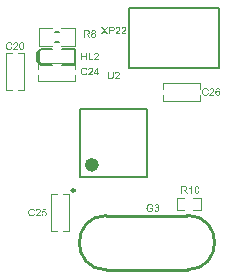
<source format=gto>
G04*
G04 #@! TF.GenerationSoftware,Altium Limited,Altium Designer,20.0.11 (256)*
G04*
G04 Layer_Color=65535*
%FSLAX25Y25*%
%MOIN*%
G70*
G01*
G75*
%ADD10C,0.00984*%
%ADD11C,0.02362*%
%ADD12C,0.01000*%
%ADD13C,0.00394*%
%ADD14C,0.00787*%
%ADD15C,0.00500*%
G36*
X66568Y31757D02*
X66258D01*
Y33726D01*
X66255Y33722D01*
X66237Y33708D01*
X66215Y33686D01*
X66178Y33661D01*
X66138Y33628D01*
X66087Y33591D01*
X66029Y33551D01*
X65964Y33511D01*
X65960D01*
X65956Y33508D01*
X65934Y33493D01*
X65898Y33475D01*
X65854Y33453D01*
X65803Y33428D01*
X65749Y33402D01*
X65694Y33377D01*
X65640Y33355D01*
Y33653D01*
X65643D01*
X65651Y33661D01*
X65665Y33664D01*
X65683Y33675D01*
X65705Y33686D01*
X65731Y33701D01*
X65793Y33737D01*
X65865Y33777D01*
X65938Y33828D01*
X66015Y33886D01*
X66091Y33948D01*
X66095Y33952D01*
X66098Y33955D01*
X66109Y33966D01*
X66124Y33977D01*
X66157Y34014D01*
X66200Y34057D01*
X66244Y34108D01*
X66291Y34167D01*
X66331Y34225D01*
X66368Y34287D01*
X66568D01*
Y31757D01*
D02*
G37*
G36*
X64191Y34272D02*
X64224D01*
X64300Y34269D01*
X64380Y34258D01*
X64468Y34247D01*
X64548Y34229D01*
X64588Y34218D01*
X64620Y34207D01*
X64624D01*
X64628Y34203D01*
X64650Y34192D01*
X64682Y34178D01*
X64722Y34152D01*
X64766Y34119D01*
X64813Y34076D01*
X64857Y34025D01*
X64901Y33966D01*
Y33963D01*
X64904Y33959D01*
X64919Y33937D01*
X64934Y33901D01*
X64955Y33854D01*
X64973Y33799D01*
X64992Y33733D01*
X65003Y33664D01*
X65006Y33588D01*
Y33584D01*
Y33577D01*
Y33562D01*
X65003Y33544D01*
Y33519D01*
X64999Y33493D01*
X64984Y33431D01*
X64963Y33358D01*
X64934Y33282D01*
X64890Y33206D01*
X64861Y33169D01*
X64832Y33133D01*
X64828Y33129D01*
X64824Y33126D01*
X64813Y33115D01*
X64799Y33104D01*
X64781Y33089D01*
X64759Y33075D01*
X64730Y33056D01*
X64701Y33035D01*
X64664Y33016D01*
X64624Y32998D01*
X64580Y32976D01*
X64533Y32958D01*
X64478Y32944D01*
X64424Y32925D01*
X64362Y32915D01*
X64297Y32904D01*
X64304Y32900D01*
X64318Y32893D01*
X64340Y32878D01*
X64369Y32864D01*
X64435Y32824D01*
X64468Y32798D01*
X64497Y32776D01*
X64504Y32769D01*
X64522Y32751D01*
X64551Y32721D01*
X64588Y32685D01*
X64628Y32634D01*
X64675Y32580D01*
X64722Y32514D01*
X64773Y32441D01*
X65206Y31757D01*
X64792D01*
X64460Y32281D01*
Y32285D01*
X64453Y32292D01*
X64446Y32303D01*
X64435Y32318D01*
X64409Y32357D01*
X64377Y32408D01*
X64337Y32463D01*
X64297Y32521D01*
X64256Y32576D01*
X64220Y32627D01*
X64216Y32631D01*
X64205Y32645D01*
X64187Y32667D01*
X64162Y32692D01*
X64107Y32747D01*
X64078Y32772D01*
X64049Y32794D01*
X64045Y32798D01*
X64038Y32802D01*
X64024Y32809D01*
X64002Y32820D01*
X63980Y32831D01*
X63954Y32842D01*
X63896Y32860D01*
X63892D01*
X63885Y32864D01*
X63871D01*
X63852Y32867D01*
X63827Y32871D01*
X63798D01*
X63758Y32874D01*
X63328D01*
Y31757D01*
X62993D01*
Y34276D01*
X64162D01*
X64191Y34272D01*
D02*
G37*
G36*
X68257Y34283D02*
X68304Y34276D01*
X68359Y34265D01*
X68417Y34250D01*
X68479Y34232D01*
X68537Y34203D01*
X68541D01*
X68544Y34199D01*
X68563Y34189D01*
X68592Y34170D01*
X68628Y34145D01*
X68668Y34108D01*
X68712Y34068D01*
X68752Y34021D01*
X68792Y33966D01*
X68796Y33959D01*
X68810Y33941D01*
X68825Y33908D01*
X68850Y33861D01*
X68872Y33806D01*
X68901Y33744D01*
X68927Y33672D01*
X68948Y33591D01*
Y33588D01*
X68952Y33581D01*
X68956Y33570D01*
X68959Y33551D01*
X68963Y33530D01*
X68967Y33504D01*
X68974Y33471D01*
X68977Y33435D01*
X68985Y33395D01*
X68988Y33351D01*
X68992Y33300D01*
X68999Y33249D01*
X69003Y33191D01*
Y33133D01*
X69007Y33067D01*
Y32998D01*
Y32994D01*
Y32980D01*
Y32954D01*
Y32925D01*
X69003Y32885D01*
Y32842D01*
X68999Y32794D01*
X68996Y32743D01*
X68985Y32627D01*
X68967Y32507D01*
X68945Y32390D01*
X68930Y32336D01*
X68912Y32281D01*
Y32278D01*
X68908Y32270D01*
X68901Y32256D01*
X68894Y32237D01*
X68887Y32212D01*
X68872Y32186D01*
X68843Y32125D01*
X68806Y32059D01*
X68759Y31986D01*
X68704Y31921D01*
X68639Y31859D01*
X68635D01*
X68632Y31852D01*
X68621Y31844D01*
X68606Y31837D01*
X68588Y31826D01*
X68570Y31811D01*
X68515Y31786D01*
X68450Y31761D01*
X68373Y31735D01*
X68282Y31721D01*
X68184Y31713D01*
X68148D01*
X68122Y31717D01*
X68093Y31721D01*
X68057Y31728D01*
X68017Y31735D01*
X67973Y31746D01*
X67929Y31761D01*
X67882Y31775D01*
X67835Y31797D01*
X67787Y31822D01*
X67740Y31852D01*
X67693Y31888D01*
X67649Y31928D01*
X67609Y31972D01*
X67605Y31975D01*
X67598Y31986D01*
X67587Y32004D01*
X67569Y32034D01*
X67551Y32066D01*
X67532Y32110D01*
X67507Y32161D01*
X67485Y32219D01*
X67463Y32285D01*
X67441Y32361D01*
X67420Y32445D01*
X67401Y32539D01*
X67383Y32642D01*
X67372Y32751D01*
X67365Y32871D01*
X67361Y32998D01*
Y33002D01*
Y33016D01*
Y33042D01*
Y33071D01*
X67365Y33111D01*
Y33155D01*
X67369Y33202D01*
X67372Y33257D01*
X67383Y33369D01*
X67401Y33490D01*
X67423Y33610D01*
X67438Y33664D01*
X67452Y33719D01*
Y33722D01*
X67456Y33730D01*
X67463Y33744D01*
X67471Y33763D01*
X67478Y33788D01*
X67492Y33814D01*
X67522Y33875D01*
X67558Y33941D01*
X67605Y34010D01*
X67660Y34079D01*
X67725Y34137D01*
X67729D01*
X67733Y34145D01*
X67744Y34152D01*
X67758Y34159D01*
X67776Y34174D01*
X67798Y34185D01*
X67853Y34214D01*
X67918Y34239D01*
X67995Y34265D01*
X68086Y34280D01*
X68184Y34287D01*
X68217D01*
X68257Y34283D01*
D02*
G37*
G36*
X31665Y86272D02*
X31697D01*
X31774Y86269D01*
X31854Y86258D01*
X31941Y86247D01*
X32021Y86229D01*
X32061Y86218D01*
X32094Y86207D01*
X32098D01*
X32101Y86203D01*
X32123Y86192D01*
X32156Y86177D01*
X32196Y86152D01*
X32240Y86119D01*
X32287Y86076D01*
X32331Y86025D01*
X32374Y85966D01*
Y85963D01*
X32378Y85959D01*
X32393Y85937D01*
X32407Y85901D01*
X32429Y85854D01*
X32447Y85799D01*
X32465Y85733D01*
X32476Y85664D01*
X32480Y85588D01*
Y85584D01*
Y85577D01*
Y85562D01*
X32476Y85544D01*
Y85519D01*
X32473Y85493D01*
X32458Y85431D01*
X32436Y85359D01*
X32407Y85282D01*
X32364Y85206D01*
X32334Y85169D01*
X32305Y85133D01*
X32302Y85129D01*
X32298Y85126D01*
X32287Y85115D01*
X32272Y85104D01*
X32254Y85089D01*
X32232Y85075D01*
X32203Y85056D01*
X32174Y85035D01*
X32138Y85016D01*
X32098Y84998D01*
X32054Y84976D01*
X32007Y84958D01*
X31952Y84944D01*
X31898Y84925D01*
X31836Y84914D01*
X31770Y84904D01*
X31778Y84900D01*
X31792Y84893D01*
X31814Y84878D01*
X31843Y84864D01*
X31909Y84824D01*
X31941Y84798D01*
X31970Y84776D01*
X31978Y84769D01*
X31996Y84751D01*
X32025Y84721D01*
X32061Y84685D01*
X32101Y84634D01*
X32149Y84580D01*
X32196Y84514D01*
X32247Y84441D01*
X32680Y83757D01*
X32265D01*
X31934Y84281D01*
Y84285D01*
X31927Y84292D01*
X31919Y84303D01*
X31909Y84317D01*
X31883Y84358D01*
X31850Y84408D01*
X31810Y84463D01*
X31770Y84521D01*
X31730Y84576D01*
X31694Y84627D01*
X31690Y84631D01*
X31679Y84645D01*
X31661Y84667D01*
X31635Y84692D01*
X31581Y84747D01*
X31552Y84772D01*
X31523Y84794D01*
X31519Y84798D01*
X31512Y84802D01*
X31497Y84809D01*
X31475Y84820D01*
X31453Y84831D01*
X31428Y84842D01*
X31370Y84860D01*
X31366D01*
X31359Y84864D01*
X31344D01*
X31326Y84867D01*
X31301Y84871D01*
X31271D01*
X31231Y84874D01*
X30802D01*
Y83757D01*
X30467D01*
Y86276D01*
X31635D01*
X31665Y86272D01*
D02*
G37*
G36*
X33750Y86283D02*
X33779Y86279D01*
X33812Y86276D01*
X33849Y86272D01*
X33885Y86261D01*
X33972Y86239D01*
X34060Y86207D01*
X34103Y86185D01*
X34147Y86159D01*
X34187Y86127D01*
X34227Y86094D01*
X34231Y86090D01*
X34234Y86086D01*
X34245Y86076D01*
X34260Y86061D01*
X34275Y86039D01*
X34293Y86017D01*
X34329Y85963D01*
X34365Y85894D01*
X34398Y85813D01*
X34424Y85723D01*
X34427Y85675D01*
X34431Y85624D01*
Y85621D01*
Y85617D01*
Y85595D01*
X34427Y85562D01*
X34420Y85522D01*
X34409Y85471D01*
X34391Y85420D01*
X34369Y85369D01*
X34336Y85318D01*
X34333Y85311D01*
X34318Y85297D01*
X34296Y85275D01*
X34267Y85246D01*
X34227Y85213D01*
X34180Y85180D01*
X34125Y85147D01*
X34060Y85118D01*
X34063D01*
X34071Y85115D01*
X34082Y85111D01*
X34096Y85104D01*
X34140Y85085D01*
X34191Y85060D01*
X34245Y85024D01*
X34304Y84984D01*
X34358Y84933D01*
X34409Y84874D01*
Y84871D01*
X34413Y84867D01*
X34427Y84845D01*
X34449Y84809D01*
X34471Y84762D01*
X34493Y84703D01*
X34515Y84634D01*
X34529Y84558D01*
X34533Y84474D01*
Y84470D01*
Y84460D01*
Y84441D01*
X34529Y84419D01*
X34526Y84394D01*
X34522Y84361D01*
X34515Y84325D01*
X34504Y84285D01*
X34478Y84201D01*
X34460Y84154D01*
X34435Y84110D01*
X34409Y84063D01*
X34380Y84019D01*
X34344Y83975D01*
X34304Y83932D01*
X34300Y83928D01*
X34293Y83921D01*
X34282Y83910D01*
X34264Y83899D01*
X34238Y83881D01*
X34213Y83863D01*
X34180Y83844D01*
X34143Y83823D01*
X34103Y83801D01*
X34056Y83782D01*
X34005Y83764D01*
X33954Y83746D01*
X33896Y83735D01*
X33834Y83724D01*
X33772Y83717D01*
X33703Y83713D01*
X33667D01*
X33641Y83717D01*
X33608Y83720D01*
X33572Y83724D01*
X33532Y83732D01*
X33488Y83742D01*
X33390Y83768D01*
X33339Y83786D01*
X33292Y83804D01*
X33241Y83830D01*
X33190Y83859D01*
X33143Y83892D01*
X33099Y83932D01*
X33095Y83935D01*
X33088Y83943D01*
X33077Y83953D01*
X33062Y83972D01*
X33048Y83994D01*
X33026Y84019D01*
X33008Y84048D01*
X32986Y84084D01*
X32964Y84121D01*
X32946Y84165D01*
X32910Y84256D01*
X32895Y84310D01*
X32884Y84365D01*
X32877Y84423D01*
X32873Y84481D01*
Y84485D01*
Y84492D01*
Y84507D01*
X32877Y84521D01*
Y84543D01*
X32880Y84569D01*
X32888Y84627D01*
X32902Y84692D01*
X32924Y84758D01*
X32957Y84827D01*
X32997Y84893D01*
Y84896D01*
X33004Y84900D01*
X33019Y84918D01*
X33048Y84947D01*
X33088Y84984D01*
X33139Y85020D01*
X33201Y85060D01*
X33270Y85093D01*
X33354Y85118D01*
X33350D01*
X33346Y85122D01*
X33335Y85126D01*
X33321Y85133D01*
X33288Y85147D01*
X33244Y85169D01*
X33197Y85198D01*
X33150Y85235D01*
X33106Y85275D01*
X33066Y85318D01*
X33062Y85326D01*
X33051Y85340D01*
X33037Y85369D01*
X33022Y85406D01*
X33004Y85453D01*
X32990Y85508D01*
X32979Y85570D01*
X32975Y85635D01*
Y85639D01*
Y85646D01*
Y85661D01*
X32979Y85682D01*
X32982Y85704D01*
X32986Y85733D01*
X33000Y85795D01*
X33022Y85868D01*
X33059Y85945D01*
X33081Y85985D01*
X33106Y86025D01*
X33139Y86061D01*
X33172Y86098D01*
X33175Y86101D01*
X33182Y86105D01*
X33193Y86116D01*
X33208Y86127D01*
X33226Y86141D01*
X33252Y86156D01*
X33281Y86174D01*
X33310Y86192D01*
X33346Y86210D01*
X33386Y86229D01*
X33430Y86243D01*
X33477Y86258D01*
X33579Y86279D01*
X33637Y86283D01*
X33696Y86287D01*
X33729D01*
X33750Y86283D01*
D02*
G37*
G36*
X5691Y82300D02*
X5724Y82296D01*
X5764Y82292D01*
X5804Y82289D01*
X5851Y82278D01*
X5949Y82256D01*
X6059Y82223D01*
X6113Y82201D01*
X6164Y82176D01*
X6215Y82143D01*
X6266Y82110D01*
X6270Y82107D01*
X6277Y82103D01*
X6291Y82092D01*
X6310Y82074D01*
X6328Y82056D01*
X6353Y82030D01*
X6379Y82001D01*
X6408Y81972D01*
X6437Y81936D01*
X6466Y81892D01*
X6499Y81848D01*
X6528Y81801D01*
X6554Y81746D01*
X6583Y81692D01*
X6605Y81633D01*
X6626Y81568D01*
X6299Y81491D01*
Y81495D01*
X6295Y81502D01*
X6288Y81517D01*
X6281Y81535D01*
X6273Y81557D01*
X6262Y81586D01*
X6233Y81644D01*
X6197Y81710D01*
X6153Y81775D01*
X6099Y81837D01*
X6040Y81892D01*
X6033Y81899D01*
X6011Y81914D01*
X5975Y81932D01*
X5928Y81957D01*
X5866Y81979D01*
X5796Y82001D01*
X5713Y82016D01*
X5622Y82019D01*
X5593D01*
X5574Y82016D01*
X5549D01*
X5520Y82012D01*
X5451Y82001D01*
X5374Y81986D01*
X5294Y81961D01*
X5210Y81925D01*
X5134Y81877D01*
X5130D01*
X5127Y81870D01*
X5101Y81852D01*
X5068Y81823D01*
X5028Y81779D01*
X4981Y81724D01*
X4937Y81662D01*
X4897Y81586D01*
X4861Y81502D01*
Y81499D01*
X4857Y81491D01*
X4854Y81480D01*
X4850Y81462D01*
X4843Y81440D01*
X4835Y81415D01*
X4825Y81353D01*
X4810Y81280D01*
X4795Y81200D01*
X4788Y81113D01*
X4785Y81018D01*
Y81015D01*
Y81004D01*
Y80985D01*
Y80964D01*
X4788Y80938D01*
Y80905D01*
X4792Y80869D01*
X4795Y80829D01*
X4806Y80742D01*
X4825Y80647D01*
X4846Y80552D01*
X4876Y80458D01*
Y80454D01*
X4879Y80447D01*
X4887Y80436D01*
X4894Y80418D01*
X4916Y80374D01*
X4948Y80323D01*
X4988Y80265D01*
X5039Y80203D01*
X5098Y80148D01*
X5167Y80097D01*
X5170D01*
X5178Y80094D01*
X5189Y80086D01*
X5203Y80079D01*
X5221Y80072D01*
X5243Y80061D01*
X5294Y80039D01*
X5360Y80017D01*
X5432Y79999D01*
X5513Y79984D01*
X5596Y79981D01*
X5622D01*
X5644Y79984D01*
X5669D01*
X5695Y79988D01*
X5760Y80003D01*
X5836Y80021D01*
X5913Y80050D01*
X5993Y80090D01*
X6033Y80112D01*
X6069Y80141D01*
X6073Y80145D01*
X6077Y80148D01*
X6088Y80159D01*
X6102Y80170D01*
X6117Y80188D01*
X6135Y80210D01*
X6157Y80232D01*
X6175Y80261D01*
X6197Y80294D01*
X6222Y80330D01*
X6244Y80367D01*
X6266Y80410D01*
X6284Y80458D01*
X6302Y80509D01*
X6321Y80563D01*
X6335Y80621D01*
X6670Y80538D01*
Y80534D01*
X6666Y80519D01*
X6659Y80498D01*
X6648Y80469D01*
X6637Y80436D01*
X6623Y80396D01*
X6605Y80352D01*
X6583Y80305D01*
X6532Y80203D01*
X6466Y80101D01*
X6426Y80050D01*
X6386Y79999D01*
X6342Y79955D01*
X6291Y79912D01*
X6288Y79908D01*
X6281Y79901D01*
X6262Y79893D01*
X6244Y79879D01*
X6215Y79861D01*
X6186Y79843D01*
X6146Y79824D01*
X6106Y79806D01*
X6059Y79784D01*
X6008Y79766D01*
X5953Y79748D01*
X5895Y79730D01*
X5833Y79715D01*
X5767Y79708D01*
X5698Y79700D01*
X5625Y79697D01*
X5585D01*
X5556Y79700D01*
X5523D01*
X5483Y79704D01*
X5440Y79711D01*
X5389Y79719D01*
X5283Y79737D01*
X5174Y79766D01*
X5065Y79806D01*
X5014Y79832D01*
X4963Y79861D01*
X4959Y79864D01*
X4952Y79868D01*
X4937Y79879D01*
X4923Y79893D01*
X4901Y79908D01*
X4876Y79930D01*
X4846Y79955D01*
X4817Y79984D01*
X4788Y80017D01*
X4755Y80050D01*
X4690Y80134D01*
X4628Y80232D01*
X4573Y80341D01*
Y80345D01*
X4566Y80356D01*
X4563Y80374D01*
X4552Y80396D01*
X4544Y80425D01*
X4533Y80461D01*
X4519Y80501D01*
X4508Y80545D01*
X4497Y80592D01*
X4482Y80647D01*
X4464Y80760D01*
X4450Y80887D01*
X4442Y81018D01*
Y81022D01*
Y81036D01*
Y81058D01*
X4446Y81084D01*
Y81120D01*
X4450Y81156D01*
X4453Y81204D01*
X4461Y81251D01*
X4479Y81357D01*
X4504Y81473D01*
X4541Y81590D01*
X4592Y81703D01*
X4595Y81706D01*
X4599Y81717D01*
X4606Y81732D01*
X4621Y81750D01*
X4635Y81775D01*
X4654Y81804D01*
X4701Y81870D01*
X4763Y81943D01*
X4835Y82016D01*
X4919Y82088D01*
X5017Y82150D01*
X5021Y82154D01*
X5032Y82157D01*
X5047Y82165D01*
X5065Y82176D01*
X5094Y82187D01*
X5123Y82198D01*
X5159Y82212D01*
X5200Y82227D01*
X5243Y82241D01*
X5291Y82256D01*
X5392Y82278D01*
X5509Y82296D01*
X5629Y82303D01*
X5665D01*
X5691Y82300D01*
D02*
G37*
G36*
X7849Y82267D02*
X7879Y82263D01*
X7915Y82259D01*
X7955Y82252D01*
X7995Y82245D01*
X8090Y82219D01*
X8184Y82183D01*
X8232Y82161D01*
X8279Y82136D01*
X8323Y82103D01*
X8363Y82067D01*
X8366Y82063D01*
X8374Y82059D01*
X8381Y82045D01*
X8395Y82030D01*
X8414Y82012D01*
X8432Y81986D01*
X8450Y81961D01*
X8472Y81928D01*
X8508Y81859D01*
X8545Y81772D01*
X8559Y81728D01*
X8567Y81677D01*
X8574Y81626D01*
X8577Y81572D01*
Y81564D01*
Y81546D01*
X8574Y81517D01*
X8570Y81477D01*
X8563Y81433D01*
X8548Y81382D01*
X8534Y81328D01*
X8512Y81273D01*
X8508Y81266D01*
X8501Y81248D01*
X8486Y81218D01*
X8465Y81178D01*
X8435Y81135D01*
X8399Y81080D01*
X8355Y81025D01*
X8304Y80964D01*
X8297Y80956D01*
X8279Y80935D01*
X8261Y80916D01*
X8243Y80898D01*
X8221Y80876D01*
X8192Y80847D01*
X8162Y80818D01*
X8126Y80785D01*
X8090Y80749D01*
X8046Y80709D01*
X7999Y80669D01*
X7948Y80621D01*
X7890Y80574D01*
X7831Y80523D01*
X7828Y80519D01*
X7820Y80512D01*
X7806Y80501D01*
X7788Y80487D01*
X7766Y80465D01*
X7740Y80443D01*
X7682Y80396D01*
X7620Y80341D01*
X7562Y80287D01*
X7511Y80239D01*
X7489Y80221D01*
X7471Y80203D01*
X7467Y80199D01*
X7456Y80188D01*
X7442Y80174D01*
X7424Y80152D01*
X7405Y80126D01*
X7384Y80101D01*
X7340Y80039D01*
X8581D01*
Y79741D01*
X6910D01*
Y79744D01*
Y79759D01*
Y79781D01*
X6914Y79810D01*
X6918Y79843D01*
X6925Y79879D01*
X6932Y79915D01*
X6947Y79955D01*
Y79959D01*
X6950Y79963D01*
X6958Y79984D01*
X6972Y80017D01*
X6994Y80061D01*
X7023Y80112D01*
X7060Y80170D01*
X7100Y80228D01*
X7151Y80290D01*
Y80294D01*
X7158Y80297D01*
X7176Y80319D01*
X7209Y80352D01*
X7256Y80399D01*
X7311Y80454D01*
X7380Y80519D01*
X7464Y80592D01*
X7555Y80669D01*
X7558Y80672D01*
X7573Y80683D01*
X7595Y80702D01*
X7620Y80723D01*
X7653Y80752D01*
X7693Y80785D01*
X7733Y80822D01*
X7780Y80862D01*
X7871Y80949D01*
X7962Y81036D01*
X8006Y81080D01*
X8046Y81124D01*
X8082Y81164D01*
X8111Y81204D01*
Y81208D01*
X8119Y81211D01*
X8126Y81222D01*
X8133Y81237D01*
X8159Y81277D01*
X8188Y81324D01*
X8213Y81382D01*
X8239Y81444D01*
X8253Y81513D01*
X8261Y81579D01*
Y81582D01*
Y81586D01*
X8257Y81608D01*
X8253Y81644D01*
X8243Y81684D01*
X8228Y81735D01*
X8202Y81786D01*
X8170Y81837D01*
X8126Y81888D01*
X8119Y81895D01*
X8101Y81910D01*
X8075Y81928D01*
X8035Y81954D01*
X7984Y81976D01*
X7926Y81997D01*
X7857Y82012D01*
X7780Y82016D01*
X7758D01*
X7744Y82012D01*
X7700Y82008D01*
X7649Y81997D01*
X7595Y81983D01*
X7533Y81957D01*
X7474Y81925D01*
X7420Y81881D01*
X7413Y81874D01*
X7398Y81855D01*
X7376Y81826D01*
X7354Y81783D01*
X7329Y81732D01*
X7307Y81666D01*
X7293Y81593D01*
X7285Y81510D01*
X6969Y81542D01*
Y81546D01*
X6972Y81557D01*
Y81575D01*
X6976Y81601D01*
X6983Y81630D01*
X6990Y81662D01*
X7001Y81703D01*
X7012Y81743D01*
X7041Y81830D01*
X7085Y81917D01*
X7111Y81961D01*
X7143Y82005D01*
X7176Y82045D01*
X7212Y82081D01*
X7216Y82085D01*
X7223Y82088D01*
X7234Y82099D01*
X7253Y82110D01*
X7274Y82125D01*
X7300Y82139D01*
X7329Y82157D01*
X7365Y82176D01*
X7405Y82194D01*
X7449Y82212D01*
X7496Y82227D01*
X7547Y82241D01*
X7602Y82252D01*
X7660Y82263D01*
X7722Y82267D01*
X7788Y82270D01*
X7824D01*
X7849Y82267D01*
D02*
G37*
G36*
X9808D02*
X9855Y82259D01*
X9910Y82249D01*
X9968Y82234D01*
X10030Y82216D01*
X10088Y82187D01*
X10092D01*
X10095Y82183D01*
X10114Y82172D01*
X10143Y82154D01*
X10179Y82128D01*
X10219Y82092D01*
X10263Y82052D01*
X10303Y82005D01*
X10343Y81950D01*
X10346Y81943D01*
X10361Y81925D01*
X10376Y81892D01*
X10401Y81845D01*
X10423Y81790D01*
X10452Y81728D01*
X10477Y81655D01*
X10499Y81575D01*
Y81572D01*
X10503Y81564D01*
X10507Y81553D01*
X10510Y81535D01*
X10514Y81513D01*
X10518Y81488D01*
X10525Y81455D01*
X10528Y81419D01*
X10536Y81379D01*
X10539Y81335D01*
X10543Y81284D01*
X10550Y81233D01*
X10554Y81175D01*
Y81116D01*
X10558Y81051D01*
Y80982D01*
Y80978D01*
Y80964D01*
Y80938D01*
Y80909D01*
X10554Y80869D01*
Y80825D01*
X10550Y80778D01*
X10547Y80727D01*
X10536Y80611D01*
X10518Y80490D01*
X10496Y80374D01*
X10481Y80319D01*
X10463Y80265D01*
Y80261D01*
X10459Y80254D01*
X10452Y80239D01*
X10445Y80221D01*
X10437Y80196D01*
X10423Y80170D01*
X10394Y80108D01*
X10357Y80043D01*
X10310Y79970D01*
X10255Y79904D01*
X10190Y79843D01*
X10186D01*
X10183Y79835D01*
X10172Y79828D01*
X10157Y79821D01*
X10139Y79810D01*
X10121Y79795D01*
X10066Y79770D01*
X10001Y79744D01*
X9924Y79719D01*
X9833Y79704D01*
X9735Y79697D01*
X9699D01*
X9673Y79700D01*
X9644Y79704D01*
X9608Y79711D01*
X9567Y79719D01*
X9524Y79730D01*
X9480Y79744D01*
X9433Y79759D01*
X9386Y79781D01*
X9338Y79806D01*
X9291Y79835D01*
X9244Y79872D01*
X9200Y79912D01*
X9160Y79955D01*
X9156Y79959D01*
X9149Y79970D01*
X9138Y79988D01*
X9120Y80017D01*
X9102Y80050D01*
X9083Y80094D01*
X9058Y80145D01*
X9036Y80203D01*
X9014Y80268D01*
X8992Y80345D01*
X8971Y80428D01*
X8952Y80523D01*
X8934Y80625D01*
X8923Y80734D01*
X8916Y80854D01*
X8912Y80982D01*
Y80985D01*
Y81000D01*
Y81025D01*
Y81055D01*
X8916Y81095D01*
Y81138D01*
X8920Y81186D01*
X8923Y81240D01*
X8934Y81353D01*
X8952Y81473D01*
X8974Y81593D01*
X8989Y81648D01*
X9003Y81703D01*
Y81706D01*
X9007Y81713D01*
X9014Y81728D01*
X9021Y81746D01*
X9029Y81772D01*
X9043Y81797D01*
X9072Y81859D01*
X9109Y81925D01*
X9156Y81994D01*
X9211Y82063D01*
X9276Y82121D01*
X9280D01*
X9284Y82128D01*
X9295Y82136D01*
X9309Y82143D01*
X9327Y82157D01*
X9349Y82168D01*
X9404Y82198D01*
X9469Y82223D01*
X9546Y82249D01*
X9637Y82263D01*
X9735Y82270D01*
X9768D01*
X9808Y82267D01*
D02*
G37*
G36*
X30693Y73800D02*
X30725Y73796D01*
X30766Y73792D01*
X30806Y73789D01*
X30853Y73778D01*
X30951Y73756D01*
X31060Y73723D01*
X31115Y73701D01*
X31166Y73676D01*
X31217Y73643D01*
X31268Y73610D01*
X31271Y73607D01*
X31279Y73603D01*
X31293Y73592D01*
X31312Y73574D01*
X31330Y73556D01*
X31355Y73530D01*
X31381Y73501D01*
X31410Y73472D01*
X31439Y73435D01*
X31468Y73392D01*
X31501Y73348D01*
X31530Y73301D01*
X31555Y73246D01*
X31585Y73192D01*
X31606Y73133D01*
X31628Y73068D01*
X31301Y72991D01*
Y72995D01*
X31297Y73002D01*
X31290Y73017D01*
X31282Y73035D01*
X31275Y73057D01*
X31264Y73086D01*
X31235Y73144D01*
X31199Y73210D01*
X31155Y73275D01*
X31100Y73337D01*
X31042Y73392D01*
X31035Y73399D01*
X31013Y73414D01*
X30977Y73432D01*
X30929Y73457D01*
X30867Y73479D01*
X30798Y73501D01*
X30715Y73516D01*
X30624Y73519D01*
X30595D01*
X30576Y73516D01*
X30551D01*
X30522Y73512D01*
X30452Y73501D01*
X30376Y73486D01*
X30296Y73461D01*
X30212Y73425D01*
X30136Y73377D01*
X30132D01*
X30128Y73370D01*
X30103Y73352D01*
X30070Y73323D01*
X30030Y73279D01*
X29983Y73224D01*
X29939Y73163D01*
X29899Y73086D01*
X29863Y73002D01*
Y72999D01*
X29859Y72991D01*
X29855Y72980D01*
X29852Y72962D01*
X29845Y72940D01*
X29837Y72915D01*
X29826Y72853D01*
X29812Y72780D01*
X29797Y72700D01*
X29790Y72613D01*
X29786Y72518D01*
Y72515D01*
Y72504D01*
Y72485D01*
Y72464D01*
X29790Y72438D01*
Y72405D01*
X29794Y72369D01*
X29797Y72329D01*
X29808Y72242D01*
X29826Y72147D01*
X29848Y72052D01*
X29877Y71958D01*
Y71954D01*
X29881Y71947D01*
X29888Y71936D01*
X29896Y71918D01*
X29917Y71874D01*
X29950Y71823D01*
X29990Y71765D01*
X30041Y71703D01*
X30099Y71648D01*
X30169Y71597D01*
X30172D01*
X30180Y71594D01*
X30190Y71586D01*
X30205Y71579D01*
X30223Y71572D01*
X30245Y71561D01*
X30296Y71539D01*
X30362Y71517D01*
X30434Y71499D01*
X30514Y71484D01*
X30598Y71481D01*
X30624D01*
X30645Y71484D01*
X30671D01*
X30696Y71488D01*
X30762Y71503D01*
X30838Y71521D01*
X30915Y71550D01*
X30995Y71590D01*
X31035Y71612D01*
X31071Y71641D01*
X31075Y71645D01*
X31079Y71648D01*
X31089Y71659D01*
X31104Y71670D01*
X31119Y71688D01*
X31137Y71710D01*
X31159Y71732D01*
X31177Y71761D01*
X31199Y71794D01*
X31224Y71830D01*
X31246Y71867D01*
X31268Y71910D01*
X31286Y71958D01*
X31304Y72009D01*
X31323Y72063D01*
X31337Y72121D01*
X31672Y72038D01*
Y72034D01*
X31668Y72019D01*
X31661Y71998D01*
X31650Y71969D01*
X31639Y71936D01*
X31625Y71896D01*
X31606Y71852D01*
X31585Y71805D01*
X31534Y71703D01*
X31468Y71601D01*
X31428Y71550D01*
X31388Y71499D01*
X31344Y71455D01*
X31293Y71412D01*
X31290Y71408D01*
X31282Y71401D01*
X31264Y71393D01*
X31246Y71379D01*
X31217Y71361D01*
X31188Y71342D01*
X31148Y71324D01*
X31108Y71306D01*
X31060Y71284D01*
X31009Y71266D01*
X30955Y71248D01*
X30897Y71230D01*
X30835Y71215D01*
X30769Y71208D01*
X30700Y71201D01*
X30627Y71197D01*
X30587D01*
X30558Y71201D01*
X30525D01*
X30485Y71204D01*
X30442Y71211D01*
X30391Y71219D01*
X30285Y71237D01*
X30176Y71266D01*
X30067Y71306D01*
X30016Y71332D01*
X29965Y71361D01*
X29961Y71364D01*
X29954Y71368D01*
X29939Y71379D01*
X29925Y71393D01*
X29903Y71408D01*
X29877Y71430D01*
X29848Y71455D01*
X29819Y71484D01*
X29790Y71517D01*
X29757Y71550D01*
X29692Y71634D01*
X29630Y71732D01*
X29575Y71841D01*
Y71845D01*
X29568Y71856D01*
X29564Y71874D01*
X29553Y71896D01*
X29546Y71925D01*
X29535Y71961D01*
X29521Y72001D01*
X29510Y72045D01*
X29499Y72092D01*
X29484Y72147D01*
X29466Y72260D01*
X29452Y72387D01*
X29444Y72518D01*
Y72522D01*
Y72536D01*
Y72558D01*
X29448Y72584D01*
Y72620D01*
X29452Y72657D01*
X29455Y72704D01*
X29462Y72751D01*
X29481Y72857D01*
X29506Y72973D01*
X29542Y73090D01*
X29594Y73203D01*
X29597Y73206D01*
X29601Y73217D01*
X29608Y73232D01*
X29623Y73250D01*
X29637Y73275D01*
X29655Y73304D01*
X29703Y73370D01*
X29765Y73443D01*
X29837Y73516D01*
X29921Y73588D01*
X30019Y73650D01*
X30023Y73654D01*
X30034Y73658D01*
X30048Y73665D01*
X30067Y73676D01*
X30096Y73687D01*
X30125Y73698D01*
X30161Y73712D01*
X30201Y73727D01*
X30245Y73741D01*
X30292Y73756D01*
X30394Y73778D01*
X30511Y73796D01*
X30631Y73803D01*
X30667D01*
X30693Y73800D01*
D02*
G37*
G36*
X35214Y72129D02*
X35556D01*
Y71845D01*
X35214D01*
Y71241D01*
X34904D01*
Y71845D01*
X33809D01*
Y72129D01*
X34962Y73759D01*
X35214D01*
Y72129D01*
D02*
G37*
G36*
X32851Y73767D02*
X32880Y73763D01*
X32917Y73759D01*
X32957Y73752D01*
X32997Y73745D01*
X33092Y73719D01*
X33186Y73683D01*
X33233Y73661D01*
X33281Y73636D01*
X33325Y73603D01*
X33364Y73567D01*
X33368Y73563D01*
X33375Y73559D01*
X33383Y73545D01*
X33397Y73530D01*
X33415Y73512D01*
X33434Y73486D01*
X33452Y73461D01*
X33474Y73428D01*
X33510Y73359D01*
X33547Y73272D01*
X33561Y73228D01*
X33568Y73177D01*
X33576Y73126D01*
X33579Y73071D01*
Y73064D01*
Y73046D01*
X33576Y73017D01*
X33572Y72977D01*
X33565Y72933D01*
X33550Y72882D01*
X33536Y72828D01*
X33514Y72773D01*
X33510Y72766D01*
X33503Y72747D01*
X33488Y72718D01*
X33466Y72678D01*
X33437Y72635D01*
X33401Y72580D01*
X33357Y72526D01*
X33306Y72464D01*
X33299Y72456D01*
X33281Y72435D01*
X33263Y72416D01*
X33244Y72398D01*
X33222Y72376D01*
X33193Y72347D01*
X33164Y72318D01*
X33128Y72285D01*
X33092Y72249D01*
X33048Y72209D01*
X33000Y72169D01*
X32950Y72121D01*
X32891Y72074D01*
X32833Y72023D01*
X32829Y72019D01*
X32822Y72012D01*
X32808Y72001D01*
X32789Y71987D01*
X32768Y71965D01*
X32742Y71943D01*
X32684Y71896D01*
X32622Y71841D01*
X32564Y71787D01*
X32513Y71739D01*
X32491Y71721D01*
X32473Y71703D01*
X32469Y71699D01*
X32458Y71688D01*
X32444Y71674D01*
X32425Y71652D01*
X32407Y71626D01*
X32385Y71601D01*
X32342Y71539D01*
X33583D01*
Y71241D01*
X31912D01*
Y71244D01*
Y71259D01*
Y71281D01*
X31916Y71310D01*
X31919Y71342D01*
X31927Y71379D01*
X31934Y71415D01*
X31949Y71455D01*
Y71459D01*
X31952Y71463D01*
X31960Y71484D01*
X31974Y71517D01*
X31996Y71561D01*
X32025Y71612D01*
X32061Y71670D01*
X32101Y71728D01*
X32152Y71790D01*
Y71794D01*
X32160Y71798D01*
X32178Y71819D01*
X32211Y71852D01*
X32258Y71899D01*
X32313Y71954D01*
X32382Y72019D01*
X32465Y72092D01*
X32556Y72169D01*
X32560Y72172D01*
X32575Y72183D01*
X32596Y72202D01*
X32622Y72223D01*
X32655Y72253D01*
X32695Y72285D01*
X32735Y72322D01*
X32782Y72362D01*
X32873Y72449D01*
X32964Y72536D01*
X33008Y72580D01*
X33048Y72624D01*
X33084Y72664D01*
X33113Y72704D01*
Y72707D01*
X33121Y72711D01*
X33128Y72722D01*
X33135Y72737D01*
X33161Y72777D01*
X33190Y72824D01*
X33215Y72882D01*
X33241Y72944D01*
X33255Y73013D01*
X33263Y73079D01*
Y73082D01*
Y73086D01*
X33259Y73108D01*
X33255Y73144D01*
X33244Y73184D01*
X33230Y73235D01*
X33204Y73286D01*
X33172Y73337D01*
X33128Y73388D01*
X33121Y73395D01*
X33102Y73410D01*
X33077Y73428D01*
X33037Y73454D01*
X32986Y73475D01*
X32928Y73497D01*
X32858Y73512D01*
X32782Y73516D01*
X32760D01*
X32746Y73512D01*
X32702Y73508D01*
X32651Y73497D01*
X32596Y73483D01*
X32535Y73457D01*
X32476Y73425D01*
X32422Y73381D01*
X32414Y73374D01*
X32400Y73355D01*
X32378Y73326D01*
X32356Y73283D01*
X32331Y73232D01*
X32309Y73166D01*
X32294Y73093D01*
X32287Y73010D01*
X31970Y73042D01*
Y73046D01*
X31974Y73057D01*
Y73075D01*
X31978Y73101D01*
X31985Y73130D01*
X31992Y73163D01*
X32003Y73203D01*
X32014Y73243D01*
X32043Y73330D01*
X32087Y73417D01*
X32112Y73461D01*
X32145Y73505D01*
X32178Y73545D01*
X32214Y73581D01*
X32218Y73585D01*
X32225Y73588D01*
X32236Y73599D01*
X32254Y73610D01*
X32276Y73625D01*
X32302Y73639D01*
X32331Y73658D01*
X32367Y73676D01*
X32407Y73694D01*
X32451Y73712D01*
X32498Y73727D01*
X32549Y73741D01*
X32604Y73752D01*
X32662Y73763D01*
X32724Y73767D01*
X32789Y73770D01*
X32826D01*
X32851Y73767D01*
D02*
G37*
G36*
X13178Y26799D02*
X13211Y26796D01*
X13251Y26792D01*
X13291Y26789D01*
X13338Y26778D01*
X13437Y26756D01*
X13546Y26723D01*
X13600Y26701D01*
X13651Y26676D01*
X13702Y26643D01*
X13753Y26610D01*
X13757Y26607D01*
X13764Y26603D01*
X13779Y26592D01*
X13797Y26574D01*
X13815Y26556D01*
X13841Y26530D01*
X13866Y26501D01*
X13895Y26472D01*
X13924Y26436D01*
X13953Y26392D01*
X13986Y26348D01*
X14015Y26301D01*
X14041Y26246D01*
X14070Y26192D01*
X14092Y26133D01*
X14114Y26068D01*
X13786Y25991D01*
Y25995D01*
X13782Y26002D01*
X13775Y26017D01*
X13768Y26035D01*
X13761Y26057D01*
X13750Y26086D01*
X13721Y26144D01*
X13684Y26210D01*
X13641Y26275D01*
X13586Y26337D01*
X13528Y26392D01*
X13520Y26399D01*
X13498Y26414D01*
X13462Y26432D01*
X13415Y26457D01*
X13353Y26479D01*
X13284Y26501D01*
X13200Y26516D01*
X13109Y26519D01*
X13080D01*
X13062Y26516D01*
X13036D01*
X13007Y26512D01*
X12938Y26501D01*
X12862Y26486D01*
X12781Y26461D01*
X12698Y26425D01*
X12621Y26377D01*
X12618D01*
X12614Y26370D01*
X12588Y26352D01*
X12556Y26323D01*
X12516Y26279D01*
X12468Y26224D01*
X12425Y26162D01*
X12385Y26086D01*
X12348Y26002D01*
Y25999D01*
X12345Y25991D01*
X12341Y25980D01*
X12337Y25962D01*
X12330Y25940D01*
X12323Y25915D01*
X12312Y25853D01*
X12297Y25780D01*
X12283Y25700D01*
X12275Y25613D01*
X12272Y25518D01*
Y25515D01*
Y25504D01*
Y25485D01*
Y25464D01*
X12275Y25438D01*
Y25405D01*
X12279Y25369D01*
X12283Y25329D01*
X12294Y25242D01*
X12312Y25147D01*
X12334Y25052D01*
X12363Y24958D01*
Y24954D01*
X12366Y24947D01*
X12374Y24936D01*
X12381Y24918D01*
X12403Y24874D01*
X12436Y24823D01*
X12476Y24765D01*
X12527Y24703D01*
X12585Y24648D01*
X12654Y24597D01*
X12658D01*
X12665Y24594D01*
X12676Y24586D01*
X12690Y24579D01*
X12709Y24572D01*
X12731Y24561D01*
X12781Y24539D01*
X12847Y24517D01*
X12920Y24499D01*
X13000Y24484D01*
X13083Y24481D01*
X13109D01*
X13131Y24484D01*
X13156D01*
X13182Y24488D01*
X13247Y24503D01*
X13324Y24521D01*
X13400Y24550D01*
X13480Y24590D01*
X13520Y24612D01*
X13557Y24641D01*
X13560Y24645D01*
X13564Y24648D01*
X13575Y24659D01*
X13589Y24670D01*
X13604Y24688D01*
X13622Y24710D01*
X13644Y24732D01*
X13662Y24761D01*
X13684Y24794D01*
X13710Y24830D01*
X13732Y24867D01*
X13753Y24910D01*
X13771Y24958D01*
X13790Y25009D01*
X13808Y25063D01*
X13823Y25121D01*
X14157Y25038D01*
Y25034D01*
X14154Y25019D01*
X14146Y24998D01*
X14135Y24969D01*
X14125Y24936D01*
X14110Y24896D01*
X14092Y24852D01*
X14070Y24805D01*
X14019Y24703D01*
X13953Y24601D01*
X13914Y24550D01*
X13873Y24499D01*
X13830Y24455D01*
X13779Y24412D01*
X13775Y24408D01*
X13768Y24401D01*
X13750Y24393D01*
X13732Y24379D01*
X13702Y24361D01*
X13673Y24342D01*
X13633Y24324D01*
X13593Y24306D01*
X13546Y24284D01*
X13495Y24266D01*
X13440Y24248D01*
X13382Y24230D01*
X13320Y24215D01*
X13255Y24208D01*
X13185Y24201D01*
X13113Y24197D01*
X13073D01*
X13044Y24201D01*
X13011D01*
X12971Y24204D01*
X12927Y24211D01*
X12876Y24219D01*
X12770Y24237D01*
X12661Y24266D01*
X12552Y24306D01*
X12501Y24332D01*
X12450Y24361D01*
X12447Y24364D01*
X12439Y24368D01*
X12425Y24379D01*
X12410Y24393D01*
X12388Y24408D01*
X12363Y24430D01*
X12334Y24455D01*
X12305Y24484D01*
X12275Y24517D01*
X12243Y24550D01*
X12177Y24634D01*
X12115Y24732D01*
X12061Y24841D01*
Y24845D01*
X12053Y24856D01*
X12050Y24874D01*
X12039Y24896D01*
X12032Y24925D01*
X12021Y24961D01*
X12006Y25001D01*
X11995Y25045D01*
X11984Y25092D01*
X11970Y25147D01*
X11952Y25260D01*
X11937Y25387D01*
X11930Y25518D01*
Y25522D01*
Y25536D01*
Y25558D01*
X11933Y25584D01*
Y25620D01*
X11937Y25657D01*
X11941Y25704D01*
X11948Y25751D01*
X11966Y25857D01*
X11992Y25973D01*
X12028Y26090D01*
X12079Y26202D01*
X12083Y26206D01*
X12086Y26217D01*
X12094Y26232D01*
X12108Y26250D01*
X12123Y26275D01*
X12141Y26304D01*
X12188Y26370D01*
X12250Y26443D01*
X12323Y26516D01*
X12406Y26588D01*
X12505Y26650D01*
X12508Y26654D01*
X12519Y26658D01*
X12534Y26665D01*
X12552Y26676D01*
X12581Y26687D01*
X12610Y26698D01*
X12647Y26712D01*
X12687Y26727D01*
X12731Y26741D01*
X12778Y26756D01*
X12880Y26778D01*
X12996Y26796D01*
X13116Y26803D01*
X13153D01*
X13178Y26799D01*
D02*
G37*
G36*
X17950Y26432D02*
X16942D01*
X16807Y25751D01*
X16811Y25755D01*
X16818Y25758D01*
X16829Y25766D01*
X16847Y25777D01*
X16869Y25788D01*
X16895Y25802D01*
X16953Y25831D01*
X17026Y25860D01*
X17106Y25886D01*
X17193Y25904D01*
X17237Y25911D01*
X17317D01*
X17339Y25908D01*
X17368Y25904D01*
X17401Y25900D01*
X17437Y25893D01*
X17477Y25882D01*
X17564Y25857D01*
X17612Y25839D01*
X17659Y25813D01*
X17706Y25788D01*
X17754Y25758D01*
X17797Y25722D01*
X17841Y25682D01*
X17845Y25678D01*
X17852Y25671D01*
X17863Y25660D01*
X17877Y25642D01*
X17896Y25616D01*
X17914Y25591D01*
X17936Y25558D01*
X17957Y25522D01*
X17976Y25482D01*
X17998Y25438D01*
X18016Y25387D01*
X18034Y25336D01*
X18048Y25282D01*
X18059Y25220D01*
X18067Y25158D01*
X18070Y25092D01*
Y25089D01*
Y25078D01*
Y25060D01*
X18067Y25034D01*
X18063Y25005D01*
X18059Y24972D01*
X18052Y24932D01*
X18045Y24892D01*
X18023Y24798D01*
X17987Y24699D01*
X17965Y24648D01*
X17936Y24601D01*
X17907Y24550D01*
X17870Y24503D01*
X17866Y24499D01*
X17859Y24488D01*
X17845Y24474D01*
X17827Y24455D01*
X17801Y24433D01*
X17772Y24404D01*
X17736Y24379D01*
X17695Y24350D01*
X17652Y24321D01*
X17601Y24295D01*
X17546Y24270D01*
X17488Y24244D01*
X17426Y24226D01*
X17357Y24211D01*
X17284Y24201D01*
X17208Y24197D01*
X17175D01*
X17149Y24201D01*
X17120Y24204D01*
X17087Y24208D01*
X17048Y24211D01*
X17007Y24222D01*
X16917Y24244D01*
X16826Y24277D01*
X16778Y24299D01*
X16731Y24324D01*
X16687Y24353D01*
X16644Y24386D01*
X16640Y24390D01*
X16633Y24393D01*
X16625Y24408D01*
X16611Y24423D01*
X16592Y24441D01*
X16574Y24463D01*
X16553Y24492D01*
X16534Y24524D01*
X16512Y24557D01*
X16491Y24597D01*
X16451Y24685D01*
X16418Y24787D01*
X16407Y24841D01*
X16400Y24899D01*
X16724Y24925D01*
Y24921D01*
Y24914D01*
X16727Y24903D01*
X16731Y24885D01*
X16742Y24845D01*
X16756Y24790D01*
X16778Y24736D01*
X16807Y24674D01*
X16844Y24619D01*
X16887Y24568D01*
X16895Y24565D01*
X16909Y24550D01*
X16938Y24532D01*
X16978Y24510D01*
X17022Y24488D01*
X17077Y24470D01*
X17139Y24455D01*
X17208Y24452D01*
X17230D01*
X17244Y24455D01*
X17288Y24459D01*
X17339Y24474D01*
X17401Y24492D01*
X17462Y24521D01*
X17528Y24565D01*
X17557Y24590D01*
X17586Y24619D01*
X17590Y24623D01*
X17594Y24626D01*
X17601Y24637D01*
X17612Y24648D01*
X17637Y24688D01*
X17666Y24739D01*
X17692Y24801D01*
X17717Y24878D01*
X17736Y24969D01*
X17743Y25016D01*
Y25067D01*
Y25071D01*
Y25078D01*
Y25092D01*
X17739Y25111D01*
Y25132D01*
X17736Y25158D01*
X17725Y25216D01*
X17706Y25285D01*
X17681Y25354D01*
X17645Y25420D01*
X17594Y25482D01*
Y25485D01*
X17586Y25489D01*
X17568Y25507D01*
X17535Y25533D01*
X17492Y25562D01*
X17433Y25587D01*
X17368Y25613D01*
X17291Y25631D01*
X17248Y25638D01*
X17178D01*
X17149Y25635D01*
X17113Y25631D01*
X17069Y25620D01*
X17026Y25609D01*
X16978Y25591D01*
X16931Y25569D01*
X16927Y25565D01*
X16913Y25558D01*
X16891Y25540D01*
X16862Y25522D01*
X16833Y25496D01*
X16804Y25464D01*
X16771Y25431D01*
X16745Y25391D01*
X16454Y25431D01*
X16698Y26727D01*
X17950D01*
Y26432D01*
D02*
G37*
G36*
X15337Y26767D02*
X15366Y26763D01*
X15402Y26759D01*
X15442Y26752D01*
X15482Y26745D01*
X15577Y26719D01*
X15672Y26683D01*
X15719Y26661D01*
X15766Y26636D01*
X15810Y26603D01*
X15850Y26566D01*
X15854Y26563D01*
X15861Y26559D01*
X15868Y26545D01*
X15883Y26530D01*
X15901Y26512D01*
X15919Y26486D01*
X15937Y26461D01*
X15959Y26428D01*
X15995Y26359D01*
X16032Y26272D01*
X16047Y26228D01*
X16054Y26177D01*
X16061Y26126D01*
X16065Y26072D01*
Y26064D01*
Y26046D01*
X16061Y26017D01*
X16057Y25977D01*
X16050Y25933D01*
X16036Y25882D01*
X16021Y25828D01*
X15999Y25773D01*
X15995Y25766D01*
X15988Y25747D01*
X15974Y25718D01*
X15952Y25678D01*
X15923Y25635D01*
X15886Y25580D01*
X15843Y25526D01*
X15792Y25464D01*
X15784Y25456D01*
X15766Y25434D01*
X15748Y25416D01*
X15730Y25398D01*
X15708Y25376D01*
X15679Y25347D01*
X15650Y25318D01*
X15613Y25285D01*
X15577Y25249D01*
X15533Y25209D01*
X15486Y25169D01*
X15435Y25121D01*
X15377Y25074D01*
X15318Y25023D01*
X15315Y25019D01*
X15308Y25012D01*
X15293Y25001D01*
X15275Y24987D01*
X15253Y24965D01*
X15227Y24943D01*
X15169Y24896D01*
X15107Y24841D01*
X15049Y24787D01*
X14998Y24739D01*
X14976Y24721D01*
X14958Y24703D01*
X14954Y24699D01*
X14944Y24688D01*
X14929Y24674D01*
X14911Y24652D01*
X14893Y24626D01*
X14871Y24601D01*
X14827Y24539D01*
X16068D01*
Y24241D01*
X14398D01*
Y24244D01*
Y24259D01*
Y24281D01*
X14401Y24310D01*
X14405Y24342D01*
X14412Y24379D01*
X14419Y24415D01*
X14434Y24455D01*
Y24459D01*
X14438Y24463D01*
X14445Y24484D01*
X14459Y24517D01*
X14481Y24561D01*
X14510Y24612D01*
X14547Y24670D01*
X14587Y24728D01*
X14638Y24790D01*
Y24794D01*
X14645Y24798D01*
X14663Y24819D01*
X14696Y24852D01*
X14743Y24899D01*
X14798Y24954D01*
X14867Y25019D01*
X14951Y25092D01*
X15042Y25169D01*
X15045Y25172D01*
X15060Y25183D01*
X15082Y25201D01*
X15107Y25223D01*
X15140Y25253D01*
X15180Y25285D01*
X15220Y25322D01*
X15268Y25362D01*
X15359Y25449D01*
X15450Y25536D01*
X15493Y25580D01*
X15533Y25624D01*
X15570Y25664D01*
X15599Y25704D01*
Y25708D01*
X15606Y25711D01*
X15613Y25722D01*
X15621Y25737D01*
X15646Y25777D01*
X15675Y25824D01*
X15701Y25882D01*
X15726Y25944D01*
X15741Y26013D01*
X15748Y26079D01*
Y26082D01*
Y26086D01*
X15744Y26108D01*
X15741Y26144D01*
X15730Y26184D01*
X15715Y26235D01*
X15690Y26286D01*
X15657Y26337D01*
X15613Y26388D01*
X15606Y26395D01*
X15588Y26410D01*
X15562Y26428D01*
X15522Y26454D01*
X15471Y26476D01*
X15413Y26497D01*
X15344Y26512D01*
X15268Y26516D01*
X15246D01*
X15231Y26512D01*
X15188Y26508D01*
X15136Y26497D01*
X15082Y26483D01*
X15020Y26457D01*
X14962Y26425D01*
X14907Y26381D01*
X14900Y26374D01*
X14885Y26355D01*
X14863Y26326D01*
X14842Y26283D01*
X14816Y26232D01*
X14794Y26166D01*
X14780Y26093D01*
X14773Y26010D01*
X14456Y26042D01*
Y26046D01*
X14459Y26057D01*
Y26075D01*
X14463Y26101D01*
X14470Y26130D01*
X14478Y26162D01*
X14489Y26202D01*
X14500Y26243D01*
X14529Y26330D01*
X14572Y26417D01*
X14598Y26461D01*
X14630Y26505D01*
X14663Y26545D01*
X14700Y26581D01*
X14703Y26585D01*
X14711Y26588D01*
X14721Y26599D01*
X14740Y26610D01*
X14762Y26625D01*
X14787Y26639D01*
X14816Y26658D01*
X14853Y26676D01*
X14893Y26694D01*
X14936Y26712D01*
X14984Y26727D01*
X15035Y26741D01*
X15089Y26752D01*
X15147Y26763D01*
X15209Y26767D01*
X15275Y26770D01*
X15311D01*
X15337Y26767D01*
D02*
G37*
G36*
X75269Y66952D02*
X75294D01*
X75323Y66948D01*
X75393Y66934D01*
X75469Y66915D01*
X75549Y66886D01*
X75629Y66843D01*
X75669Y66817D01*
X75706Y66788D01*
X75709Y66784D01*
X75713Y66781D01*
X75724Y66770D01*
X75735Y66759D01*
X75753Y66741D01*
X75767Y66719D01*
X75807Y66668D01*
X75848Y66602D01*
X75884Y66522D01*
X75917Y66431D01*
X75938Y66329D01*
X75629Y66304D01*
Y66307D01*
X75625Y66311D01*
X75622Y66333D01*
X75611Y66366D01*
X75596Y66406D01*
X75582Y66449D01*
X75560Y66493D01*
X75534Y66533D01*
X75509Y66566D01*
X75502Y66573D01*
X75487Y66588D01*
X75462Y66610D01*
X75425Y66635D01*
X75378Y66657D01*
X75327Y66679D01*
X75265Y66693D01*
X75200Y66701D01*
X75174D01*
X75145Y66697D01*
X75112Y66690D01*
X75069Y66679D01*
X75025Y66664D01*
X74981Y66646D01*
X74937Y66617D01*
X74930Y66613D01*
X74912Y66599D01*
X74887Y66573D01*
X74854Y66537D01*
X74817Y66493D01*
X74777Y66442D01*
X74741Y66377D01*
X74705Y66304D01*
Y66300D01*
X74701Y66293D01*
X74697Y66282D01*
X74690Y66267D01*
X74686Y66246D01*
X74679Y66220D01*
X74672Y66191D01*
X74664Y66155D01*
X74654Y66115D01*
X74646Y66071D01*
X74639Y66024D01*
X74635Y65973D01*
X74628Y65914D01*
X74625Y65856D01*
X74621Y65791D01*
Y65725D01*
X74625Y65729D01*
X74639Y65751D01*
X74664Y65780D01*
X74697Y65816D01*
X74734Y65860D01*
X74781Y65900D01*
X74832Y65940D01*
X74890Y65976D01*
X74894D01*
X74897Y65980D01*
X74919Y65991D01*
X74952Y66002D01*
X74996Y66020D01*
X75047Y66035D01*
X75105Y66045D01*
X75167Y66056D01*
X75232Y66060D01*
X75261D01*
X75283Y66056D01*
X75312Y66053D01*
X75342Y66049D01*
X75378Y66042D01*
X75414Y66031D01*
X75498Y66005D01*
X75542Y65987D01*
X75585Y65962D01*
X75629Y65936D01*
X75676Y65907D01*
X75720Y65871D01*
X75760Y65831D01*
X75764Y65827D01*
X75771Y65820D01*
X75782Y65809D01*
X75793Y65791D01*
X75811Y65765D01*
X75829Y65740D01*
X75848Y65707D01*
X75869Y65671D01*
X75891Y65630D01*
X75909Y65587D01*
X75928Y65536D01*
X75946Y65485D01*
X75957Y65430D01*
X75968Y65368D01*
X75975Y65307D01*
X75979Y65241D01*
Y65237D01*
Y65230D01*
Y65219D01*
Y65201D01*
X75975Y65179D01*
Y65157D01*
X75964Y65099D01*
X75953Y65030D01*
X75935Y64957D01*
X75909Y64877D01*
X75873Y64801D01*
Y64797D01*
X75869Y64793D01*
X75862Y64782D01*
X75855Y64768D01*
X75833Y64731D01*
X75800Y64684D01*
X75760Y64633D01*
X75713Y64582D01*
X75655Y64531D01*
X75593Y64487D01*
X75589D01*
X75585Y64484D01*
X75574Y64477D01*
X75560Y64473D01*
X75524Y64455D01*
X75476Y64437D01*
X75414Y64415D01*
X75345Y64400D01*
X75269Y64386D01*
X75185Y64382D01*
X75167D01*
X75149Y64386D01*
X75120D01*
X75087Y64389D01*
X75050Y64397D01*
X75007Y64407D01*
X74963Y64418D01*
X74912Y64433D01*
X74861Y64451D01*
X74810Y64473D01*
X74756Y64502D01*
X74705Y64535D01*
X74654Y64571D01*
X74603Y64615D01*
X74555Y64666D01*
X74552Y64670D01*
X74544Y64680D01*
X74533Y64695D01*
X74519Y64720D01*
X74497Y64753D01*
X74479Y64790D01*
X74457Y64837D01*
X74435Y64888D01*
X74410Y64950D01*
X74388Y65019D01*
X74370Y65095D01*
X74352Y65179D01*
X74333Y65274D01*
X74322Y65376D01*
X74315Y65485D01*
X74311Y65601D01*
Y65605D01*
Y65609D01*
Y65619D01*
Y65634D01*
X74315Y65671D01*
Y65721D01*
X74319Y65780D01*
X74326Y65849D01*
X74333Y65925D01*
X74344Y66009D01*
X74359Y66093D01*
X74377Y66184D01*
X74399Y66271D01*
X74424Y66358D01*
X74457Y66442D01*
X74493Y66522D01*
X74533Y66599D01*
X74581Y66664D01*
X74584Y66668D01*
X74592Y66675D01*
X74606Y66690D01*
X74625Y66711D01*
X74646Y66733D01*
X74675Y66755D01*
X74712Y66784D01*
X74748Y66810D01*
X74792Y66835D01*
X74839Y66864D01*
X74894Y66886D01*
X74948Y66912D01*
X75010Y66930D01*
X75076Y66944D01*
X75145Y66952D01*
X75218Y66955D01*
X75247D01*
X75269Y66952D01*
D02*
G37*
G36*
X71105Y66984D02*
X71137Y66981D01*
X71177Y66977D01*
X71217Y66974D01*
X71265Y66963D01*
X71363Y66941D01*
X71472Y66908D01*
X71527Y66886D01*
X71578Y66861D01*
X71629Y66828D01*
X71680Y66795D01*
X71683Y66792D01*
X71691Y66788D01*
X71705Y66777D01*
X71723Y66759D01*
X71742Y66741D01*
X71767Y66715D01*
X71793Y66686D01*
X71822Y66657D01*
X71851Y66620D01*
X71880Y66577D01*
X71913Y66533D01*
X71942Y66486D01*
X71967Y66431D01*
X71996Y66377D01*
X72018Y66318D01*
X72040Y66253D01*
X71712Y66176D01*
Y66180D01*
X71709Y66187D01*
X71702Y66202D01*
X71694Y66220D01*
X71687Y66242D01*
X71676Y66271D01*
X71647Y66329D01*
X71611Y66395D01*
X71567Y66460D01*
X71512Y66522D01*
X71454Y66577D01*
X71447Y66584D01*
X71425Y66599D01*
X71389Y66617D01*
X71341Y66642D01*
X71279Y66664D01*
X71210Y66686D01*
X71126Y66701D01*
X71035Y66704D01*
X71006D01*
X70988Y66701D01*
X70963D01*
X70934Y66697D01*
X70864Y66686D01*
X70788Y66672D01*
X70708Y66646D01*
X70624Y66610D01*
X70548Y66562D01*
X70544D01*
X70540Y66555D01*
X70515Y66537D01*
X70482Y66508D01*
X70442Y66464D01*
X70395Y66409D01*
X70351Y66347D01*
X70311Y66271D01*
X70275Y66187D01*
Y66184D01*
X70271Y66176D01*
X70267Y66166D01*
X70264Y66147D01*
X70257Y66126D01*
X70249Y66100D01*
X70238Y66038D01*
X70224Y65965D01*
X70209Y65885D01*
X70202Y65798D01*
X70198Y65703D01*
Y65700D01*
Y65689D01*
Y65671D01*
Y65649D01*
X70202Y65623D01*
Y65590D01*
X70205Y65554D01*
X70209Y65514D01*
X70220Y65427D01*
X70238Y65332D01*
X70260Y65237D01*
X70289Y65143D01*
Y65139D01*
X70293Y65132D01*
X70300Y65121D01*
X70307Y65103D01*
X70329Y65059D01*
X70362Y65008D01*
X70402Y64950D01*
X70453Y64888D01*
X70511Y64833D01*
X70580Y64782D01*
X70584D01*
X70591Y64779D01*
X70602Y64771D01*
X70617Y64764D01*
X70635Y64757D01*
X70657Y64746D01*
X70708Y64724D01*
X70773Y64702D01*
X70846Y64684D01*
X70926Y64670D01*
X71010Y64666D01*
X71035D01*
X71057Y64670D01*
X71083D01*
X71108Y64673D01*
X71174Y64688D01*
X71250Y64706D01*
X71327Y64735D01*
X71407Y64775D01*
X71447Y64797D01*
X71483Y64826D01*
X71487Y64830D01*
X71490Y64833D01*
X71501Y64844D01*
X71516Y64855D01*
X71530Y64873D01*
X71549Y64895D01*
X71570Y64917D01*
X71589Y64946D01*
X71611Y64979D01*
X71636Y65015D01*
X71658Y65052D01*
X71680Y65095D01*
X71698Y65143D01*
X71716Y65194D01*
X71734Y65248D01*
X71749Y65307D01*
X72084Y65223D01*
Y65219D01*
X72080Y65205D01*
X72073Y65183D01*
X72062Y65154D01*
X72051Y65121D01*
X72036Y65081D01*
X72018Y65037D01*
X71996Y64990D01*
X71945Y64888D01*
X71880Y64786D01*
X71840Y64735D01*
X71800Y64684D01*
X71756Y64640D01*
X71705Y64597D01*
X71702Y64593D01*
X71694Y64586D01*
X71676Y64578D01*
X71658Y64564D01*
X71629Y64546D01*
X71600Y64527D01*
X71560Y64509D01*
X71520Y64491D01*
X71472Y64469D01*
X71421Y64451D01*
X71367Y64433D01*
X71308Y64415D01*
X71247Y64400D01*
X71181Y64393D01*
X71112Y64386D01*
X71039Y64382D01*
X70999D01*
X70970Y64386D01*
X70937D01*
X70897Y64389D01*
X70853Y64397D01*
X70802Y64404D01*
X70697Y64422D01*
X70588Y64451D01*
X70478Y64491D01*
X70428Y64517D01*
X70377Y64546D01*
X70373Y64549D01*
X70366Y64553D01*
X70351Y64564D01*
X70337Y64578D01*
X70315Y64593D01*
X70289Y64615D01*
X70260Y64640D01*
X70231Y64670D01*
X70202Y64702D01*
X70169Y64735D01*
X70104Y64819D01*
X70042Y64917D01*
X69987Y65026D01*
Y65030D01*
X69980Y65041D01*
X69976Y65059D01*
X69965Y65081D01*
X69958Y65110D01*
X69947Y65146D01*
X69933Y65186D01*
X69922Y65230D01*
X69911Y65277D01*
X69896Y65332D01*
X69878Y65445D01*
X69863Y65572D01*
X69856Y65703D01*
Y65707D01*
Y65721D01*
Y65743D01*
X69860Y65769D01*
Y65805D01*
X69863Y65842D01*
X69867Y65889D01*
X69874Y65936D01*
X69893Y66042D01*
X69918Y66158D01*
X69954Y66275D01*
X70005Y66388D01*
X70009Y66391D01*
X70013Y66402D01*
X70020Y66417D01*
X70034Y66435D01*
X70049Y66460D01*
X70067Y66489D01*
X70114Y66555D01*
X70176Y66628D01*
X70249Y66701D01*
X70333Y66773D01*
X70431Y66835D01*
X70435Y66839D01*
X70446Y66843D01*
X70460Y66850D01*
X70478Y66861D01*
X70508Y66872D01*
X70537Y66883D01*
X70573Y66897D01*
X70613Y66912D01*
X70657Y66926D01*
X70704Y66941D01*
X70806Y66963D01*
X70923Y66981D01*
X71043Y66988D01*
X71079D01*
X71105Y66984D01*
D02*
G37*
G36*
X73263Y66952D02*
X73292Y66948D01*
X73329Y66944D01*
X73369Y66937D01*
X73409Y66930D01*
X73503Y66904D01*
X73598Y66868D01*
X73645Y66846D01*
X73693Y66821D01*
X73736Y66788D01*
X73776Y66752D01*
X73780Y66748D01*
X73787Y66744D01*
X73795Y66730D01*
X73809Y66715D01*
X73827Y66697D01*
X73845Y66672D01*
X73864Y66646D01*
X73886Y66613D01*
X73922Y66544D01*
X73958Y66457D01*
X73973Y66413D01*
X73980Y66362D01*
X73988Y66311D01*
X73991Y66256D01*
Y66249D01*
Y66231D01*
X73988Y66202D01*
X73984Y66162D01*
X73977Y66118D01*
X73962Y66067D01*
X73947Y66013D01*
X73926Y65958D01*
X73922Y65951D01*
X73915Y65933D01*
X73900Y65903D01*
X73878Y65863D01*
X73849Y65820D01*
X73813Y65765D01*
X73769Y65711D01*
X73718Y65649D01*
X73711Y65641D01*
X73693Y65619D01*
X73674Y65601D01*
X73656Y65583D01*
X73634Y65561D01*
X73605Y65532D01*
X73576Y65503D01*
X73540Y65470D01*
X73503Y65434D01*
X73460Y65394D01*
X73412Y65354D01*
X73361Y65307D01*
X73303Y65259D01*
X73245Y65208D01*
X73241Y65205D01*
X73234Y65197D01*
X73219Y65186D01*
X73201Y65172D01*
X73179Y65150D01*
X73154Y65128D01*
X73096Y65081D01*
X73034Y65026D01*
X72976Y64972D01*
X72925Y64924D01*
X72903Y64906D01*
X72885Y64888D01*
X72881Y64884D01*
X72870Y64873D01*
X72855Y64859D01*
X72837Y64837D01*
X72819Y64811D01*
X72797Y64786D01*
X72754Y64724D01*
X73995D01*
Y64426D01*
X72324D01*
Y64429D01*
Y64444D01*
Y64466D01*
X72328Y64495D01*
X72331Y64527D01*
X72339Y64564D01*
X72346Y64600D01*
X72360Y64640D01*
Y64644D01*
X72364Y64648D01*
X72371Y64670D01*
X72386Y64702D01*
X72408Y64746D01*
X72437Y64797D01*
X72473Y64855D01*
X72513Y64913D01*
X72564Y64975D01*
Y64979D01*
X72571Y64982D01*
X72590Y65004D01*
X72623Y65037D01*
X72670Y65084D01*
X72724Y65139D01*
X72794Y65205D01*
X72877Y65277D01*
X72968Y65354D01*
X72972Y65357D01*
X72987Y65368D01*
X73008Y65387D01*
X73034Y65408D01*
X73067Y65438D01*
X73107Y65470D01*
X73147Y65507D01*
X73194Y65547D01*
X73285Y65634D01*
X73376Y65721D01*
X73420Y65765D01*
X73460Y65809D01*
X73496Y65849D01*
X73525Y65889D01*
Y65892D01*
X73532Y65896D01*
X73540Y65907D01*
X73547Y65922D01*
X73572Y65962D01*
X73602Y66009D01*
X73627Y66067D01*
X73653Y66129D01*
X73667Y66198D01*
X73674Y66264D01*
Y66267D01*
Y66271D01*
X73671Y66293D01*
X73667Y66329D01*
X73656Y66369D01*
X73642Y66420D01*
X73616Y66471D01*
X73583Y66522D01*
X73540Y66573D01*
X73532Y66580D01*
X73514Y66595D01*
X73489Y66613D01*
X73449Y66639D01*
X73398Y66661D01*
X73340Y66682D01*
X73270Y66697D01*
X73194Y66701D01*
X73172D01*
X73158Y66697D01*
X73114Y66693D01*
X73063Y66682D01*
X73008Y66668D01*
X72946Y66642D01*
X72888Y66610D01*
X72834Y66566D01*
X72826Y66559D01*
X72812Y66540D01*
X72790Y66511D01*
X72768Y66468D01*
X72743Y66417D01*
X72721Y66351D01*
X72706Y66278D01*
X72699Y66195D01*
X72382Y66227D01*
Y66231D01*
X72386Y66242D01*
Y66260D01*
X72390Y66286D01*
X72397Y66315D01*
X72404Y66347D01*
X72415Y66388D01*
X72426Y66428D01*
X72455Y66515D01*
X72499Y66602D01*
X72524Y66646D01*
X72557Y66690D01*
X72590Y66730D01*
X72626Y66766D01*
X72630Y66770D01*
X72637Y66773D01*
X72648Y66784D01*
X72666Y66795D01*
X72688Y66810D01*
X72714Y66824D01*
X72743Y66843D01*
X72779Y66861D01*
X72819Y66879D01*
X72863Y66897D01*
X72910Y66912D01*
X72961Y66926D01*
X73016Y66937D01*
X73074Y66948D01*
X73136Y66952D01*
X73201Y66955D01*
X73238D01*
X73263Y66952D01*
D02*
G37*
G36*
X40379Y71005D02*
Y71001D01*
Y70987D01*
Y70969D01*
Y70943D01*
X40376Y70910D01*
Y70874D01*
X40372Y70830D01*
X40368Y70786D01*
X40357Y70688D01*
X40343Y70586D01*
X40321Y70488D01*
X40306Y70441D01*
X40292Y70397D01*
Y70393D01*
X40288Y70386D01*
X40281Y70375D01*
X40273Y70361D01*
X40252Y70320D01*
X40219Y70270D01*
X40175Y70211D01*
X40124Y70153D01*
X40059Y70091D01*
X39979Y70037D01*
X39975D01*
X39968Y70029D01*
X39957Y70026D01*
X39939Y70015D01*
X39917Y70004D01*
X39888Y69993D01*
X39859Y69982D01*
X39822Y69968D01*
X39782Y69953D01*
X39739Y69942D01*
X39691Y69931D01*
X39636Y69920D01*
X39582Y69913D01*
X39524Y69906D01*
X39393Y69898D01*
X39360D01*
X39334Y69902D01*
X39305D01*
X39269Y69906D01*
X39229Y69909D01*
X39189Y69913D01*
X39098Y69927D01*
X39000Y69949D01*
X38905Y69978D01*
X38814Y70018D01*
X38810D01*
X38803Y70026D01*
X38792Y70033D01*
X38778Y70040D01*
X38737Y70069D01*
X38690Y70109D01*
X38636Y70160D01*
X38585Y70219D01*
X38534Y70291D01*
X38494Y70372D01*
Y70375D01*
X38490Y70382D01*
X38486Y70397D01*
X38479Y70415D01*
X38472Y70437D01*
X38464Y70466D01*
X38454Y70499D01*
X38446Y70539D01*
X38439Y70583D01*
X38428Y70630D01*
X38421Y70681D01*
X38414Y70736D01*
X38406Y70797D01*
X38403Y70863D01*
X38399Y70932D01*
Y71005D01*
Y72461D01*
X38734D01*
Y71005D01*
Y71001D01*
Y70990D01*
Y70972D01*
Y70950D01*
X38737Y70925D01*
Y70892D01*
X38741Y70823D01*
X38748Y70743D01*
X38759Y70663D01*
X38774Y70586D01*
X38781Y70553D01*
X38792Y70521D01*
X38796Y70513D01*
X38803Y70495D01*
X38821Y70470D01*
X38843Y70433D01*
X38868Y70397D01*
X38905Y70357D01*
X38949Y70317D01*
X39000Y70284D01*
X39007Y70280D01*
X39025Y70270D01*
X39058Y70259D01*
X39101Y70244D01*
X39152Y70226D01*
X39218Y70215D01*
X39287Y70204D01*
X39364Y70200D01*
X39400D01*
X39422Y70204D01*
X39454D01*
X39487Y70208D01*
X39567Y70222D01*
X39655Y70240D01*
X39739Y70270D01*
X39819Y70310D01*
X39855Y70335D01*
X39888Y70364D01*
X39891Y70368D01*
X39895Y70372D01*
X39902Y70382D01*
X39913Y70397D01*
X39924Y70419D01*
X39939Y70441D01*
X39953Y70473D01*
X39968Y70506D01*
X39982Y70546D01*
X39993Y70594D01*
X40008Y70648D01*
X40019Y70706D01*
X40030Y70772D01*
X40037Y70841D01*
X40044Y70921D01*
Y71005D01*
Y72461D01*
X40379D01*
Y71005D01*
D02*
G37*
G36*
X41704Y72468D02*
X41733Y72465D01*
X41770Y72461D01*
X41810Y72454D01*
X41850Y72446D01*
X41944Y72421D01*
X42039Y72384D01*
X42086Y72363D01*
X42134Y72337D01*
X42177Y72304D01*
X42217Y72268D01*
X42221Y72264D01*
X42228Y72261D01*
X42235Y72246D01*
X42250Y72232D01*
X42268Y72213D01*
X42287Y72188D01*
X42305Y72162D01*
X42327Y72130D01*
X42363Y72061D01*
X42399Y71973D01*
X42414Y71929D01*
X42421Y71878D01*
X42428Y71828D01*
X42432Y71773D01*
Y71766D01*
Y71747D01*
X42428Y71718D01*
X42425Y71678D01*
X42417Y71635D01*
X42403Y71584D01*
X42388Y71529D01*
X42366Y71474D01*
X42363Y71467D01*
X42356Y71449D01*
X42341Y71420D01*
X42319Y71380D01*
X42290Y71336D01*
X42254Y71281D01*
X42210Y71227D01*
X42159Y71165D01*
X42152Y71158D01*
X42134Y71136D01*
X42115Y71118D01*
X42097Y71100D01*
X42075Y71078D01*
X42046Y71048D01*
X42017Y71019D01*
X41981Y70987D01*
X41944Y70950D01*
X41901Y70910D01*
X41853Y70870D01*
X41802Y70823D01*
X41744Y70776D01*
X41686Y70725D01*
X41682Y70721D01*
X41675Y70714D01*
X41660Y70703D01*
X41642Y70688D01*
X41620Y70666D01*
X41595Y70644D01*
X41537Y70597D01*
X41475Y70543D01*
X41416Y70488D01*
X41366Y70441D01*
X41344Y70423D01*
X41326Y70404D01*
X41322Y70401D01*
X41311Y70390D01*
X41296Y70375D01*
X41278Y70353D01*
X41260Y70328D01*
X41238Y70302D01*
X41194Y70240D01*
X42436D01*
Y69942D01*
X40765D01*
Y69946D01*
Y69960D01*
Y69982D01*
X40769Y70011D01*
X40772Y70044D01*
X40780Y70080D01*
X40787Y70117D01*
X40801Y70157D01*
Y70160D01*
X40805Y70164D01*
X40812Y70186D01*
X40827Y70219D01*
X40849Y70262D01*
X40878Y70313D01*
X40914Y70372D01*
X40954Y70430D01*
X41005Y70492D01*
Y70495D01*
X41012Y70499D01*
X41031Y70521D01*
X41063Y70553D01*
X41111Y70601D01*
X41165Y70655D01*
X41234Y70721D01*
X41318Y70794D01*
X41409Y70870D01*
X41413Y70874D01*
X41427Y70885D01*
X41449Y70903D01*
X41475Y70925D01*
X41508Y70954D01*
X41548Y70987D01*
X41588Y71023D01*
X41635Y71063D01*
X41726Y71150D01*
X41817Y71238D01*
X41861Y71281D01*
X41901Y71325D01*
X41937Y71365D01*
X41966Y71405D01*
Y71409D01*
X41973Y71412D01*
X41981Y71424D01*
X41988Y71438D01*
X42013Y71478D01*
X42043Y71525D01*
X42068Y71584D01*
X42094Y71645D01*
X42108Y71715D01*
X42115Y71780D01*
Y71784D01*
Y71788D01*
X42112Y71809D01*
X42108Y71846D01*
X42097Y71886D01*
X42083Y71937D01*
X42057Y71988D01*
X42024Y72039D01*
X41981Y72090D01*
X41973Y72097D01*
X41955Y72111D01*
X41930Y72130D01*
X41890Y72155D01*
X41839Y72177D01*
X41780Y72199D01*
X41711Y72213D01*
X41635Y72217D01*
X41613D01*
X41598Y72213D01*
X41555Y72210D01*
X41504Y72199D01*
X41449Y72184D01*
X41387Y72159D01*
X41329Y72126D01*
X41274Y72082D01*
X41267Y72075D01*
X41253Y72057D01*
X41231Y72028D01*
X41209Y71984D01*
X41184Y71933D01*
X41162Y71868D01*
X41147Y71795D01*
X41140Y71711D01*
X40823Y71744D01*
Y71747D01*
X40827Y71758D01*
Y71776D01*
X40830Y71802D01*
X40838Y71831D01*
X40845Y71864D01*
X40856Y71904D01*
X40867Y71944D01*
X40896Y72031D01*
X40940Y72119D01*
X40965Y72162D01*
X40998Y72206D01*
X41031Y72246D01*
X41067Y72282D01*
X41071Y72286D01*
X41078Y72290D01*
X41089Y72301D01*
X41107Y72312D01*
X41129Y72326D01*
X41154Y72341D01*
X41184Y72359D01*
X41220Y72377D01*
X41260Y72395D01*
X41304Y72413D01*
X41351Y72428D01*
X41402Y72443D01*
X41456Y72454D01*
X41515Y72465D01*
X41577Y72468D01*
X41642Y72472D01*
X41679D01*
X41704Y72468D01*
D02*
G37*
G36*
X31479Y76235D02*
X31144D01*
Y77422D01*
X29841D01*
Y76235D01*
X29506D01*
Y78754D01*
X29841D01*
Y77720D01*
X31144D01*
Y78754D01*
X31479D01*
Y76235D01*
D02*
G37*
G36*
X34762Y78761D02*
X34791Y78758D01*
X34828Y78754D01*
X34868Y78747D01*
X34908Y78739D01*
X35002Y78714D01*
X35097Y78677D01*
X35144Y78656D01*
X35192Y78630D01*
X35236Y78597D01*
X35276Y78561D01*
X35279Y78557D01*
X35286Y78554D01*
X35294Y78539D01*
X35308Y78525D01*
X35326Y78506D01*
X35345Y78481D01*
X35363Y78456D01*
X35385Y78423D01*
X35421Y78354D01*
X35458Y78266D01*
X35472Y78223D01*
X35479Y78172D01*
X35487Y78121D01*
X35490Y78066D01*
Y78059D01*
Y78040D01*
X35487Y78011D01*
X35483Y77971D01*
X35476Y77928D01*
X35461Y77877D01*
X35447Y77822D01*
X35425Y77767D01*
X35421Y77760D01*
X35414Y77742D01*
X35399Y77713D01*
X35377Y77673D01*
X35348Y77629D01*
X35312Y77575D01*
X35268Y77520D01*
X35217Y77458D01*
X35210Y77451D01*
X35192Y77429D01*
X35174Y77411D01*
X35155Y77393D01*
X35133Y77371D01*
X35104Y77342D01*
X35075Y77312D01*
X35039Y77280D01*
X35002Y77243D01*
X34959Y77203D01*
X34912Y77163D01*
X34861Y77116D01*
X34802Y77069D01*
X34744Y77018D01*
X34740Y77014D01*
X34733Y77007D01*
X34719Y76996D01*
X34700Y76981D01*
X34679Y76960D01*
X34653Y76938D01*
X34595Y76890D01*
X34533Y76836D01*
X34475Y76781D01*
X34424Y76734D01*
X34402Y76716D01*
X34384Y76697D01*
X34380Y76694D01*
X34369Y76683D01*
X34355Y76668D01*
X34336Y76646D01*
X34318Y76621D01*
X34296Y76595D01*
X34253Y76534D01*
X35494D01*
Y76235D01*
X33823D01*
Y76239D01*
Y76253D01*
Y76275D01*
X33827Y76304D01*
X33830Y76337D01*
X33838Y76373D01*
X33845Y76410D01*
X33860Y76450D01*
Y76454D01*
X33863Y76457D01*
X33871Y76479D01*
X33885Y76512D01*
X33907Y76555D01*
X33936Y76606D01*
X33972Y76665D01*
X34012Y76723D01*
X34063Y76785D01*
Y76788D01*
X34071Y76792D01*
X34089Y76814D01*
X34122Y76847D01*
X34169Y76894D01*
X34223Y76948D01*
X34293Y77014D01*
X34376Y77087D01*
X34467Y77163D01*
X34471Y77167D01*
X34486Y77178D01*
X34508Y77196D01*
X34533Y77218D01*
X34566Y77247D01*
X34606Y77280D01*
X34646Y77316D01*
X34693Y77356D01*
X34784Y77444D01*
X34875Y77531D01*
X34919Y77575D01*
X34959Y77618D01*
X34995Y77658D01*
X35024Y77698D01*
Y77702D01*
X35032Y77706D01*
X35039Y77717D01*
X35046Y77731D01*
X35072Y77771D01*
X35101Y77819D01*
X35126Y77877D01*
X35152Y77939D01*
X35166Y78008D01*
X35174Y78073D01*
Y78077D01*
Y78081D01*
X35170Y78102D01*
X35166Y78139D01*
X35155Y78179D01*
X35141Y78230D01*
X35115Y78281D01*
X35083Y78332D01*
X35039Y78383D01*
X35032Y78390D01*
X35013Y78404D01*
X34988Y78423D01*
X34948Y78448D01*
X34897Y78470D01*
X34839Y78492D01*
X34769Y78506D01*
X34693Y78510D01*
X34671D01*
X34657Y78506D01*
X34613Y78503D01*
X34562Y78492D01*
X34508Y78477D01*
X34446Y78452D01*
X34387Y78419D01*
X34333Y78375D01*
X34326Y78368D01*
X34311Y78350D01*
X34289Y78321D01*
X34267Y78277D01*
X34242Y78226D01*
X34220Y78161D01*
X34205Y78088D01*
X34198Y78004D01*
X33881Y78037D01*
Y78040D01*
X33885Y78052D01*
Y78070D01*
X33889Y78095D01*
X33896Y78124D01*
X33903Y78157D01*
X33914Y78197D01*
X33925Y78237D01*
X33954Y78325D01*
X33998Y78412D01*
X34023Y78456D01*
X34056Y78499D01*
X34089Y78539D01*
X34125Y78576D01*
X34129Y78579D01*
X34136Y78583D01*
X34147Y78594D01*
X34165Y78605D01*
X34187Y78619D01*
X34213Y78634D01*
X34242Y78652D01*
X34278Y78670D01*
X34318Y78689D01*
X34362Y78707D01*
X34409Y78721D01*
X34460Y78736D01*
X34515Y78747D01*
X34573Y78758D01*
X34635Y78761D01*
X34700Y78765D01*
X34737D01*
X34762Y78761D01*
D02*
G37*
G36*
X32356Y76534D02*
X33597D01*
Y76235D01*
X32021D01*
Y78754D01*
X32356D01*
Y76534D01*
D02*
G37*
G36*
X52654Y28299D02*
X52683D01*
X52752Y28292D01*
X52828Y28281D01*
X52908Y28263D01*
X52996Y28241D01*
X53080Y28212D01*
X53083D01*
X53091Y28209D01*
X53101Y28205D01*
X53116Y28198D01*
X53156Y28176D01*
X53207Y28150D01*
X53262Y28114D01*
X53320Y28070D01*
X53374Y28023D01*
X53425Y27965D01*
X53433Y27957D01*
X53447Y27935D01*
X53469Y27903D01*
X53498Y27855D01*
X53527Y27797D01*
X53560Y27724D01*
X53593Y27644D01*
X53618Y27553D01*
X53316Y27473D01*
Y27477D01*
X53312Y27481D01*
X53309Y27491D01*
X53305Y27506D01*
X53294Y27539D01*
X53280Y27582D01*
X53258Y27633D01*
X53233Y27681D01*
X53207Y27732D01*
X53174Y27775D01*
X53171Y27779D01*
X53160Y27793D01*
X53138Y27812D01*
X53112Y27837D01*
X53080Y27866D01*
X53036Y27895D01*
X52989Y27925D01*
X52934Y27950D01*
X52927Y27954D01*
X52908Y27961D01*
X52876Y27972D01*
X52832Y27986D01*
X52781Y27997D01*
X52723Y28008D01*
X52657Y28016D01*
X52588Y28019D01*
X52548D01*
X52530Y28016D01*
X52508D01*
X52454Y28012D01*
X52392Y28001D01*
X52323Y27990D01*
X52257Y27972D01*
X52191Y27946D01*
X52184Y27943D01*
X52162Y27935D01*
X52133Y27917D01*
X52097Y27899D01*
X52053Y27870D01*
X52006Y27841D01*
X51962Y27804D01*
X51922Y27764D01*
X51918Y27761D01*
X51904Y27746D01*
X51886Y27721D01*
X51864Y27692D01*
X51838Y27655D01*
X51813Y27612D01*
X51787Y27564D01*
X51762Y27513D01*
Y27510D01*
X51758Y27502D01*
X51755Y27491D01*
X51747Y27473D01*
X51740Y27451D01*
X51733Y27426D01*
X51722Y27397D01*
X51715Y27364D01*
X51696Y27288D01*
X51682Y27200D01*
X51671Y27109D01*
X51667Y27007D01*
Y27004D01*
Y26993D01*
Y26974D01*
X51671Y26953D01*
Y26924D01*
X51674Y26887D01*
X51678Y26851D01*
X51682Y26811D01*
X51696Y26720D01*
X51715Y26625D01*
X51744Y26530D01*
X51780Y26439D01*
Y26436D01*
X51787Y26428D01*
X51791Y26418D01*
X51802Y26403D01*
X51827Y26363D01*
X51868Y26312D01*
X51915Y26257D01*
X51973Y26203D01*
X52042Y26152D01*
X52119Y26105D01*
X52122D01*
X52130Y26101D01*
X52140Y26094D01*
X52159Y26086D01*
X52177Y26079D01*
X52202Y26072D01*
X52261Y26050D01*
X52333Y26032D01*
X52413Y26014D01*
X52501Y25999D01*
X52592Y25995D01*
X52628D01*
X52650Y25999D01*
X52672D01*
X52727Y26006D01*
X52792Y26014D01*
X52861Y26028D01*
X52938Y26050D01*
X53014Y26075D01*
X53018D01*
X53025Y26079D01*
X53032Y26083D01*
X53047Y26090D01*
X53087Y26108D01*
X53131Y26130D01*
X53181Y26155D01*
X53236Y26185D01*
X53287Y26217D01*
X53331Y26254D01*
Y26727D01*
X52588D01*
Y27025D01*
X53658D01*
Y26090D01*
X53655Y26086D01*
X53647Y26083D01*
X53633Y26072D01*
X53615Y26057D01*
X53593Y26043D01*
X53567Y26024D01*
X53535Y26003D01*
X53502Y25981D01*
X53425Y25934D01*
X53338Y25883D01*
X53247Y25835D01*
X53149Y25795D01*
X53145D01*
X53138Y25791D01*
X53123Y25788D01*
X53105Y25781D01*
X53080Y25773D01*
X53051Y25762D01*
X53018Y25755D01*
X52985Y25748D01*
X52905Y25730D01*
X52814Y25711D01*
X52716Y25701D01*
X52614Y25697D01*
X52577D01*
X52552Y25701D01*
X52519D01*
X52479Y25704D01*
X52435Y25711D01*
X52388Y25715D01*
X52282Y25737D01*
X52170Y25762D01*
X52053Y25802D01*
X51995Y25824D01*
X51937Y25853D01*
X51933Y25857D01*
X51922Y25861D01*
X51907Y25872D01*
X51886Y25883D01*
X51860Y25901D01*
X51835Y25919D01*
X51766Y25970D01*
X51693Y26035D01*
X51616Y26116D01*
X51543Y26206D01*
X51478Y26312D01*
Y26316D01*
X51471Y26327D01*
X51463Y26341D01*
X51452Y26367D01*
X51442Y26392D01*
X51431Y26428D01*
X51416Y26465D01*
X51402Y26509D01*
X51387Y26556D01*
X51372Y26610D01*
X51362Y26665D01*
X51351Y26723D01*
X51332Y26851D01*
X51325Y26985D01*
Y26989D01*
Y27004D01*
Y27022D01*
X51329Y27047D01*
Y27080D01*
X51332Y27120D01*
X51340Y27160D01*
X51343Y27207D01*
X51354Y27258D01*
X51362Y27313D01*
X51391Y27430D01*
X51427Y27550D01*
X51478Y27670D01*
X51482Y27673D01*
X51485Y27684D01*
X51493Y27699D01*
X51507Y27721D01*
X51522Y27750D01*
X51540Y27779D01*
X51591Y27848D01*
X51653Y27928D01*
X51729Y28005D01*
X51816Y28081D01*
X51868Y28114D01*
X51918Y28147D01*
X51922Y28150D01*
X51933Y28154D01*
X51947Y28161D01*
X51969Y28172D01*
X51999Y28183D01*
X52031Y28198D01*
X52068Y28212D01*
X52111Y28227D01*
X52159Y28241D01*
X52210Y28252D01*
X52264Y28267D01*
X52323Y28278D01*
X52450Y28296D01*
X52515Y28303D01*
X52632D01*
X52654Y28299D01*
D02*
G37*
G36*
X54889Y28267D02*
X54936Y28259D01*
X54994Y28249D01*
X55060Y28230D01*
X55125Y28209D01*
X55191Y28179D01*
X55194D01*
X55198Y28176D01*
X55220Y28165D01*
X55253Y28143D01*
X55289Y28117D01*
X55333Y28081D01*
X55376Y28041D01*
X55420Y27994D01*
X55457Y27939D01*
X55460Y27932D01*
X55471Y27914D01*
X55486Y27881D01*
X55504Y27841D01*
X55522Y27793D01*
X55537Y27739D01*
X55547Y27677D01*
X55551Y27615D01*
Y27608D01*
Y27586D01*
X55547Y27557D01*
X55540Y27517D01*
X55529Y27470D01*
X55511Y27419D01*
X55489Y27368D01*
X55460Y27317D01*
X55457Y27309D01*
X55446Y27295D01*
X55424Y27269D01*
X55395Y27240D01*
X55358Y27207D01*
X55314Y27171D01*
X55264Y27138D01*
X55202Y27106D01*
X55205D01*
X55213Y27102D01*
X55224Y27098D01*
X55238Y27095D01*
X55278Y27080D01*
X55329Y27058D01*
X55387Y27029D01*
X55446Y26993D01*
X55500Y26945D01*
X55551Y26891D01*
X55555Y26884D01*
X55569Y26862D01*
X55591Y26825D01*
X55613Y26778D01*
X55635Y26720D01*
X55657Y26651D01*
X55671Y26570D01*
X55675Y26483D01*
Y26480D01*
Y26469D01*
Y26450D01*
X55671Y26428D01*
X55668Y26399D01*
X55660Y26367D01*
X55653Y26330D01*
X55646Y26290D01*
X55617Y26203D01*
X55595Y26155D01*
X55573Y26112D01*
X55544Y26065D01*
X55511Y26017D01*
X55475Y25970D01*
X55431Y25926D01*
X55427Y25923D01*
X55420Y25915D01*
X55405Y25904D01*
X55387Y25890D01*
X55366Y25872D01*
X55336Y25853D01*
X55304Y25832D01*
X55264Y25813D01*
X55224Y25791D01*
X55176Y25770D01*
X55129Y25752D01*
X55074Y25733D01*
X55016Y25719D01*
X54954Y25708D01*
X54892Y25701D01*
X54823Y25697D01*
X54790D01*
X54769Y25701D01*
X54739Y25704D01*
X54707Y25708D01*
X54670Y25715D01*
X54630Y25722D01*
X54543Y25744D01*
X54452Y25781D01*
X54404Y25802D01*
X54361Y25828D01*
X54317Y25861D01*
X54273Y25893D01*
X54270Y25897D01*
X54263Y25904D01*
X54252Y25915D01*
X54241Y25930D01*
X54223Y25948D01*
X54204Y25973D01*
X54182Y25999D01*
X54161Y26032D01*
X54139Y26068D01*
X54117Y26105D01*
X54077Y26192D01*
X54044Y26294D01*
X54033Y26348D01*
X54026Y26407D01*
X54335Y26447D01*
Y26443D01*
X54339Y26436D01*
X54343Y26421D01*
X54346Y26403D01*
X54350Y26381D01*
X54357Y26356D01*
X54375Y26301D01*
X54401Y26236D01*
X54434Y26174D01*
X54470Y26116D01*
X54514Y26065D01*
X54521Y26061D01*
X54536Y26046D01*
X54565Y26028D01*
X54601Y26010D01*
X54645Y25988D01*
X54699Y25970D01*
X54761Y25955D01*
X54827Y25952D01*
X54849D01*
X54863Y25955D01*
X54903Y25959D01*
X54954Y25970D01*
X55012Y25988D01*
X55074Y26014D01*
X55136Y26050D01*
X55194Y26101D01*
X55202Y26108D01*
X55220Y26130D01*
X55242Y26163D01*
X55271Y26206D01*
X55300Y26261D01*
X55322Y26323D01*
X55340Y26396D01*
X55347Y26476D01*
Y26480D01*
Y26487D01*
Y26498D01*
X55344Y26512D01*
X55340Y26552D01*
X55329Y26600D01*
X55314Y26658D01*
X55289Y26716D01*
X55253Y26774D01*
X55205Y26829D01*
X55198Y26836D01*
X55180Y26851D01*
X55151Y26873D01*
X55111Y26898D01*
X55060Y26924D01*
X54998Y26945D01*
X54929Y26960D01*
X54852Y26967D01*
X54820D01*
X54794Y26964D01*
X54761Y26960D01*
X54725Y26953D01*
X54681Y26945D01*
X54634Y26934D01*
X54670Y27207D01*
X54689D01*
X54703Y27204D01*
X54750D01*
X54790Y27211D01*
X54838Y27218D01*
X54892Y27229D01*
X54954Y27248D01*
X55012Y27273D01*
X55074Y27306D01*
X55078D01*
X55082Y27309D01*
X55100Y27324D01*
X55125Y27349D01*
X55154Y27382D01*
X55184Y27430D01*
X55209Y27484D01*
X55227Y27546D01*
X55234Y27582D01*
Y27622D01*
Y27626D01*
Y27630D01*
Y27652D01*
X55227Y27681D01*
X55220Y27721D01*
X55205Y27764D01*
X55187Y27812D01*
X55158Y27859D01*
X55118Y27903D01*
X55114Y27906D01*
X55096Y27921D01*
X55071Y27939D01*
X55038Y27961D01*
X54994Y27979D01*
X54943Y27997D01*
X54885Y28012D01*
X54820Y28016D01*
X54790D01*
X54758Y28008D01*
X54714Y28001D01*
X54667Y27986D01*
X54619Y27968D01*
X54568Y27939D01*
X54521Y27903D01*
X54517Y27899D01*
X54503Y27881D01*
X54481Y27855D01*
X54456Y27819D01*
X54430Y27772D01*
X54404Y27713D01*
X54383Y27644D01*
X54368Y27564D01*
X54059Y27619D01*
Y27622D01*
X54062Y27633D01*
X54066Y27648D01*
X54070Y27670D01*
X54077Y27695D01*
X54088Y27724D01*
X54110Y27793D01*
X54146Y27874D01*
X54190Y27954D01*
X54244Y28030D01*
X54313Y28099D01*
X54317Y28103D01*
X54325Y28107D01*
X54335Y28114D01*
X54350Y28125D01*
X54368Y28139D01*
X54394Y28154D01*
X54419Y28168D01*
X54452Y28187D01*
X54525Y28216D01*
X54608Y28245D01*
X54707Y28263D01*
X54758Y28270D01*
X54849D01*
X54889Y28267D01*
D02*
G37*
G36*
X37576Y86242D02*
X38519Y84920D01*
X38108D01*
X37471Y85816D01*
X37467Y85819D01*
X37460Y85830D01*
X37453Y85845D01*
X37438Y85863D01*
X37405Y85914D01*
X37369Y85969D01*
X37365Y85965D01*
X37354Y85950D01*
X37340Y85928D01*
X37321Y85899D01*
X37282Y85841D01*
X37263Y85816D01*
X37249Y85794D01*
X36612Y84920D01*
X36211D01*
X37183Y86223D01*
X36324Y87439D01*
X36721D01*
X37179Y86791D01*
Y86787D01*
X37187Y86784D01*
X37194Y86773D01*
X37205Y86758D01*
X37227Y86722D01*
X37260Y86678D01*
X37292Y86627D01*
X37325Y86576D01*
X37354Y86529D01*
X37380Y86485D01*
X37383Y86493D01*
X37394Y86507D01*
X37413Y86536D01*
X37438Y86573D01*
X37467Y86613D01*
X37503Y86664D01*
X37540Y86715D01*
X37584Y86769D01*
X38086Y87439D01*
X38450D01*
X37576Y86242D01*
D02*
G37*
G36*
X43892Y87446D02*
X43921Y87443D01*
X43957Y87439D01*
X43997Y87432D01*
X44037Y87424D01*
X44132Y87399D01*
X44227Y87363D01*
X44274Y87341D01*
X44321Y87315D01*
X44365Y87283D01*
X44405Y87246D01*
X44409Y87243D01*
X44416Y87239D01*
X44423Y87224D01*
X44438Y87210D01*
X44456Y87191D01*
X44474Y87166D01*
X44492Y87141D01*
X44514Y87108D01*
X44550Y87039D01*
X44587Y86951D01*
X44602Y86908D01*
X44609Y86857D01*
X44616Y86806D01*
X44620Y86751D01*
Y86744D01*
Y86726D01*
X44616Y86696D01*
X44612Y86656D01*
X44605Y86613D01*
X44591Y86562D01*
X44576Y86507D01*
X44554Y86453D01*
X44550Y86445D01*
X44543Y86427D01*
X44529Y86398D01*
X44507Y86358D01*
X44478Y86314D01*
X44441Y86260D01*
X44398Y86205D01*
X44347Y86143D01*
X44339Y86136D01*
X44321Y86114D01*
X44303Y86096D01*
X44285Y86078D01*
X44263Y86056D01*
X44234Y86027D01*
X44205Y85998D01*
X44168Y85965D01*
X44132Y85928D01*
X44088Y85888D01*
X44041Y85848D01*
X43990Y85801D01*
X43932Y85754D01*
X43874Y85703D01*
X43870Y85699D01*
X43863Y85692D01*
X43848Y85681D01*
X43830Y85666D01*
X43808Y85645D01*
X43782Y85623D01*
X43724Y85575D01*
X43662Y85521D01*
X43604Y85466D01*
X43553Y85419D01*
X43531Y85401D01*
X43513Y85382D01*
X43510Y85379D01*
X43499Y85368D01*
X43484Y85353D01*
X43466Y85331D01*
X43448Y85306D01*
X43426Y85281D01*
X43382Y85219D01*
X44623D01*
Y84920D01*
X42953D01*
Y84924D01*
Y84938D01*
Y84960D01*
X42956Y84989D01*
X42960Y85022D01*
X42967Y85058D01*
X42974Y85095D01*
X42989Y85135D01*
Y85138D01*
X42993Y85142D01*
X43000Y85164D01*
X43014Y85197D01*
X43036Y85241D01*
X43065Y85291D01*
X43102Y85350D01*
X43142Y85408D01*
X43193Y85470D01*
Y85473D01*
X43200Y85477D01*
X43218Y85499D01*
X43251Y85532D01*
X43298Y85579D01*
X43353Y85634D01*
X43422Y85699D01*
X43506Y85772D01*
X43597Y85848D01*
X43600Y85852D01*
X43615Y85863D01*
X43637Y85881D01*
X43662Y85903D01*
X43695Y85932D01*
X43735Y85965D01*
X43775Y86001D01*
X43823Y86041D01*
X43913Y86129D01*
X44004Y86216D01*
X44048Y86260D01*
X44088Y86303D01*
X44125Y86343D01*
X44154Y86383D01*
Y86387D01*
X44161Y86391D01*
X44168Y86402D01*
X44176Y86416D01*
X44201Y86456D01*
X44230Y86503D01*
X44256Y86562D01*
X44281Y86624D01*
X44296Y86693D01*
X44303Y86758D01*
Y86762D01*
Y86766D01*
X44299Y86787D01*
X44296Y86824D01*
X44285Y86864D01*
X44270Y86915D01*
X44245Y86966D01*
X44212Y87017D01*
X44168Y87068D01*
X44161Y87075D01*
X44143Y87090D01*
X44117Y87108D01*
X44077Y87133D01*
X44026Y87155D01*
X43968Y87177D01*
X43899Y87191D01*
X43823Y87195D01*
X43801D01*
X43786Y87191D01*
X43742Y87188D01*
X43692Y87177D01*
X43637Y87162D01*
X43575Y87137D01*
X43517Y87104D01*
X43462Y87060D01*
X43455Y87053D01*
X43440Y87035D01*
X43418Y87006D01*
X43397Y86962D01*
X43371Y86911D01*
X43349Y86846D01*
X43335Y86773D01*
X43328Y86689D01*
X43011Y86722D01*
Y86726D01*
X43014Y86737D01*
Y86755D01*
X43018Y86780D01*
X43025Y86809D01*
X43033Y86842D01*
X43044Y86882D01*
X43055Y86922D01*
X43084Y87010D01*
X43127Y87097D01*
X43153Y87141D01*
X43185Y87184D01*
X43218Y87224D01*
X43255Y87261D01*
X43258Y87264D01*
X43266Y87268D01*
X43277Y87279D01*
X43295Y87290D01*
X43317Y87304D01*
X43342Y87319D01*
X43371Y87337D01*
X43408Y87355D01*
X43448Y87374D01*
X43491Y87392D01*
X43539Y87406D01*
X43590Y87421D01*
X43644Y87432D01*
X43702Y87443D01*
X43764Y87446D01*
X43830Y87450D01*
X43866D01*
X43892Y87446D01*
D02*
G37*
G36*
X41933D02*
X41963Y87443D01*
X41999Y87439D01*
X42039Y87432D01*
X42079Y87424D01*
X42174Y87399D01*
X42268Y87363D01*
X42316Y87341D01*
X42363Y87315D01*
X42407Y87283D01*
X42447Y87246D01*
X42450Y87243D01*
X42458Y87239D01*
X42465Y87224D01*
X42479Y87210D01*
X42498Y87191D01*
X42516Y87166D01*
X42534Y87141D01*
X42556Y87108D01*
X42592Y87039D01*
X42629Y86951D01*
X42643Y86908D01*
X42650Y86857D01*
X42658Y86806D01*
X42661Y86751D01*
Y86744D01*
Y86726D01*
X42658Y86696D01*
X42654Y86656D01*
X42647Y86613D01*
X42632Y86562D01*
X42618Y86507D01*
X42596Y86453D01*
X42592Y86445D01*
X42585Y86427D01*
X42570Y86398D01*
X42548Y86358D01*
X42519Y86314D01*
X42483Y86260D01*
X42439Y86205D01*
X42388Y86143D01*
X42381Y86136D01*
X42363Y86114D01*
X42345Y86096D01*
X42327Y86078D01*
X42305Y86056D01*
X42276Y86027D01*
X42246Y85998D01*
X42210Y85965D01*
X42174Y85928D01*
X42130Y85888D01*
X42083Y85848D01*
X42032Y85801D01*
X41973Y85754D01*
X41915Y85703D01*
X41912Y85699D01*
X41904Y85692D01*
X41890Y85681D01*
X41872Y85666D01*
X41850Y85645D01*
X41824Y85623D01*
X41766Y85575D01*
X41704Y85521D01*
X41646Y85466D01*
X41595Y85419D01*
X41573Y85401D01*
X41555Y85382D01*
X41551Y85379D01*
X41540Y85368D01*
X41526Y85353D01*
X41508Y85331D01*
X41489Y85306D01*
X41467Y85281D01*
X41424Y85219D01*
X42665D01*
Y84920D01*
X40994D01*
Y84924D01*
Y84938D01*
Y84960D01*
X40998Y84989D01*
X41001Y85022D01*
X41009Y85058D01*
X41016Y85095D01*
X41031Y85135D01*
Y85138D01*
X41034Y85142D01*
X41042Y85164D01*
X41056Y85197D01*
X41078Y85241D01*
X41107Y85291D01*
X41144Y85350D01*
X41184Y85408D01*
X41234Y85470D01*
Y85473D01*
X41242Y85477D01*
X41260Y85499D01*
X41293Y85532D01*
X41340Y85579D01*
X41395Y85634D01*
X41464Y85699D01*
X41548Y85772D01*
X41638Y85848D01*
X41642Y85852D01*
X41657Y85863D01*
X41679Y85881D01*
X41704Y85903D01*
X41737Y85932D01*
X41777Y85965D01*
X41817Y86001D01*
X41864Y86041D01*
X41955Y86129D01*
X42046Y86216D01*
X42090Y86260D01*
X42130Y86303D01*
X42166Y86343D01*
X42195Y86383D01*
Y86387D01*
X42203Y86391D01*
X42210Y86402D01*
X42217Y86416D01*
X42243Y86456D01*
X42272Y86503D01*
X42297Y86562D01*
X42323Y86624D01*
X42337Y86693D01*
X42345Y86758D01*
Y86762D01*
Y86766D01*
X42341Y86787D01*
X42337Y86824D01*
X42327Y86864D01*
X42312Y86915D01*
X42287Y86966D01*
X42254Y87017D01*
X42210Y87068D01*
X42203Y87075D01*
X42184Y87090D01*
X42159Y87108D01*
X42119Y87133D01*
X42068Y87155D01*
X42010Y87177D01*
X41941Y87191D01*
X41864Y87195D01*
X41842D01*
X41828Y87191D01*
X41784Y87188D01*
X41733Y87177D01*
X41679Y87162D01*
X41617Y87137D01*
X41559Y87104D01*
X41504Y87060D01*
X41497Y87053D01*
X41482Y87035D01*
X41460Y87006D01*
X41438Y86962D01*
X41413Y86911D01*
X41391Y86846D01*
X41377Y86773D01*
X41369Y86689D01*
X41052Y86722D01*
Y86726D01*
X41056Y86737D01*
Y86755D01*
X41060Y86780D01*
X41067Y86809D01*
X41074Y86842D01*
X41085Y86882D01*
X41096Y86922D01*
X41125Y87010D01*
X41169Y87097D01*
X41194Y87141D01*
X41227Y87184D01*
X41260Y87224D01*
X41296Y87261D01*
X41300Y87264D01*
X41307Y87268D01*
X41318Y87279D01*
X41336Y87290D01*
X41358Y87304D01*
X41384Y87319D01*
X41413Y87337D01*
X41449Y87355D01*
X41489Y87374D01*
X41533Y87392D01*
X41580Y87406D01*
X41631Y87421D01*
X41686Y87432D01*
X41744Y87443D01*
X41806Y87446D01*
X41872Y87450D01*
X41908D01*
X41933Y87446D01*
D02*
G37*
G36*
X39906Y87435D02*
X39968Y87432D01*
X40033Y87428D01*
X40095Y87421D01*
X40150Y87414D01*
X40157D01*
X40183Y87406D01*
X40215Y87399D01*
X40259Y87388D01*
X40306Y87370D01*
X40357Y87348D01*
X40412Y87322D01*
X40459Y87293D01*
X40466Y87290D01*
X40481Y87279D01*
X40503Y87257D01*
X40532Y87231D01*
X40565Y87199D01*
X40598Y87155D01*
X40634Y87108D01*
X40663Y87053D01*
X40667Y87046D01*
X40674Y87028D01*
X40688Y86995D01*
X40703Y86951D01*
X40714Y86900D01*
X40729Y86842D01*
X40736Y86777D01*
X40740Y86707D01*
Y86704D01*
Y86693D01*
Y86678D01*
X40736Y86653D01*
X40732Y86627D01*
X40729Y86594D01*
X40721Y86558D01*
X40714Y86518D01*
X40688Y86434D01*
X40674Y86391D01*
X40652Y86343D01*
X40627Y86296D01*
X40601Y86252D01*
X40568Y86209D01*
X40532Y86165D01*
X40528Y86161D01*
X40521Y86154D01*
X40510Y86143D01*
X40492Y86132D01*
X40470Y86114D01*
X40441Y86096D01*
X40405Y86074D01*
X40365Y86056D01*
X40317Y86034D01*
X40263Y86012D01*
X40204Y85994D01*
X40135Y85979D01*
X40062Y85965D01*
X39982Y85954D01*
X39891Y85947D01*
X39797Y85943D01*
X39152D01*
Y84920D01*
X38818D01*
Y87439D01*
X39851D01*
X39906Y87435D01*
D02*
G37*
%LPC*%
G36*
X64122Y33996D02*
X63328D01*
Y33162D01*
X64078D01*
X64122Y33166D01*
X64173Y33169D01*
X64231Y33173D01*
X64289Y33180D01*
X64347Y33191D01*
X64398Y33206D01*
X64406Y33209D01*
X64420Y33217D01*
X64442Y33228D01*
X64471Y33242D01*
X64504Y33264D01*
X64537Y33289D01*
X64569Y33322D01*
X64595Y33358D01*
X64599Y33362D01*
X64606Y33377D01*
X64617Y33399D01*
X64631Y33428D01*
X64642Y33461D01*
X64653Y33497D01*
X64661Y33540D01*
X64664Y33584D01*
Y33588D01*
Y33591D01*
X64661Y33613D01*
X64657Y33646D01*
X64650Y33690D01*
X64631Y33733D01*
X64609Y33784D01*
X64577Y33832D01*
X64533Y33879D01*
X64526Y33883D01*
X64508Y33897D01*
X64478Y33915D01*
X64431Y33937D01*
X64377Y33959D01*
X64304Y33977D01*
X64220Y33992D01*
X64122Y33996D01*
D02*
G37*
G36*
X68180Y34032D02*
X68159D01*
X68144Y34028D01*
X68104Y34021D01*
X68057Y34010D01*
X68002Y33988D01*
X67944Y33955D01*
X67915Y33934D01*
X67886Y33912D01*
X67860Y33883D01*
X67835Y33850D01*
Y33846D01*
X67827Y33839D01*
X67820Y33825D01*
X67809Y33806D01*
X67798Y33777D01*
X67784Y33744D01*
X67773Y33704D01*
X67758Y33657D01*
X67744Y33602D01*
X67729Y33540D01*
X67714Y33471D01*
X67703Y33395D01*
X67693Y33308D01*
X67685Y33213D01*
X67682Y33111D01*
X67678Y32998D01*
Y32991D01*
Y32973D01*
Y32940D01*
X67682Y32896D01*
Y32849D01*
X67685Y32791D01*
X67689Y32729D01*
X67696Y32663D01*
X67714Y32521D01*
X67725Y32452D01*
X67740Y32387D01*
X67755Y32325D01*
X67776Y32267D01*
X67798Y32216D01*
X67824Y32172D01*
Y32168D01*
X67831Y32165D01*
X67849Y32139D01*
X67882Y32106D01*
X67922Y32070D01*
X67976Y32034D01*
X68038Y32001D01*
X68108Y31975D01*
X68144Y31972D01*
X68184Y31968D01*
X68206D01*
X68220Y31972D01*
X68257Y31979D01*
X68308Y31993D01*
X68362Y32019D01*
X68424Y32055D01*
X68453Y32077D01*
X68483Y32106D01*
X68512Y32135D01*
X68541Y32172D01*
Y32175D01*
X68548Y32183D01*
X68555Y32194D01*
X68563Y32212D01*
X68577Y32237D01*
X68588Y32270D01*
X68603Y32307D01*
X68617Y32350D01*
X68628Y32405D01*
X68643Y32463D01*
X68657Y32532D01*
X68668Y32605D01*
X68675Y32692D01*
X68683Y32783D01*
X68690Y32885D01*
Y32998D01*
Y33002D01*
Y33005D01*
Y33024D01*
Y33056D01*
X68686Y33100D01*
Y33147D01*
X68683Y33206D01*
X68679Y33268D01*
X68672Y33337D01*
X68654Y33475D01*
X68643Y33544D01*
X68628Y33610D01*
X68613Y33672D01*
X68592Y33730D01*
X68570Y33781D01*
X68544Y33825D01*
Y33828D01*
X68537Y33832D01*
X68530Y33843D01*
X68519Y33857D01*
X68486Y33890D01*
X68446Y33930D01*
X68392Y33966D01*
X68330Y33999D01*
X68297Y34014D01*
X68260Y34025D01*
X68220Y34028D01*
X68180Y34032D01*
D02*
G37*
G36*
X31596Y85996D02*
X30802D01*
Y85162D01*
X31552D01*
X31596Y85166D01*
X31646Y85169D01*
X31705Y85173D01*
X31763Y85180D01*
X31821Y85191D01*
X31872Y85206D01*
X31879Y85209D01*
X31894Y85217D01*
X31916Y85228D01*
X31945Y85242D01*
X31978Y85264D01*
X32010Y85289D01*
X32043Y85322D01*
X32069Y85359D01*
X32072Y85362D01*
X32080Y85377D01*
X32090Y85399D01*
X32105Y85428D01*
X32116Y85461D01*
X32127Y85497D01*
X32134Y85540D01*
X32138Y85584D01*
Y85588D01*
Y85592D01*
X32134Y85613D01*
X32131Y85646D01*
X32123Y85690D01*
X32105Y85733D01*
X32083Y85784D01*
X32050Y85832D01*
X32007Y85879D01*
X31999Y85883D01*
X31981Y85897D01*
X31952Y85915D01*
X31905Y85937D01*
X31850Y85959D01*
X31778Y85977D01*
X31694Y85992D01*
X31596Y85996D01*
D02*
G37*
G36*
X33703Y86032D02*
X33674D01*
X33641Y86025D01*
X33597Y86017D01*
X33550Y86003D01*
X33499Y85985D01*
X33452Y85956D01*
X33404Y85915D01*
X33401Y85912D01*
X33386Y85897D01*
X33368Y85872D01*
X33350Y85839D01*
X33328Y85799D01*
X33310Y85752D01*
X33295Y85701D01*
X33292Y85642D01*
Y85639D01*
Y85635D01*
X33295Y85613D01*
X33299Y85581D01*
X33306Y85540D01*
X33321Y85493D01*
X33339Y85446D01*
X33368Y85395D01*
X33404Y85351D01*
X33408Y85348D01*
X33426Y85333D01*
X33452Y85315D01*
X33485Y85297D01*
X33528Y85275D01*
X33579Y85257D01*
X33637Y85242D01*
X33703Y85238D01*
X33710D01*
X33732Y85242D01*
X33765Y85246D01*
X33809Y85253D01*
X33856Y85268D01*
X33903Y85286D01*
X33954Y85315D01*
X33998Y85351D01*
X34001Y85355D01*
X34016Y85373D01*
X34034Y85395D01*
X34056Y85428D01*
X34078Y85468D01*
X34096Y85515D01*
X34111Y85570D01*
X34114Y85628D01*
Y85632D01*
Y85635D01*
Y85657D01*
X34107Y85690D01*
X34100Y85730D01*
X34085Y85773D01*
X34063Y85821D01*
X34034Y85868D01*
X33994Y85915D01*
X33991Y85919D01*
X33972Y85934D01*
X33947Y85952D01*
X33914Y85974D01*
X33871Y85996D01*
X33823Y86014D01*
X33765Y86028D01*
X33703Y86032D01*
D02*
G37*
G36*
X33692Y84987D02*
X33670D01*
X33656Y84984D01*
X33616Y84980D01*
X33565Y84969D01*
X33507Y84951D01*
X33448Y84925D01*
X33386Y84889D01*
X33332Y84842D01*
X33325Y84834D01*
X33310Y84816D01*
X33288Y84783D01*
X33263Y84743D01*
X33233Y84689D01*
X33212Y84627D01*
X33197Y84558D01*
X33190Y84481D01*
Y84474D01*
Y84460D01*
X33193Y84434D01*
X33197Y84401D01*
X33204Y84361D01*
X33215Y84317D01*
X33230Y84274D01*
X33248Y84227D01*
X33252Y84223D01*
X33259Y84205D01*
X33274Y84183D01*
X33295Y84157D01*
X33321Y84125D01*
X33354Y84092D01*
X33390Y84063D01*
X33434Y84034D01*
X33441Y84030D01*
X33456Y84023D01*
X33481Y84012D01*
X33514Y84001D01*
X33554Y83990D01*
X33601Y83979D01*
X33652Y83972D01*
X33703Y83968D01*
X33725D01*
X33739Y83972D01*
X33783Y83975D01*
X33834Y83986D01*
X33892Y84004D01*
X33954Y84026D01*
X34012Y84063D01*
X34071Y84110D01*
X34078Y84117D01*
X34093Y84136D01*
X34118Y84168D01*
X34143Y84208D01*
X34169Y84259D01*
X34194Y84321D01*
X34209Y84394D01*
X34216Y84470D01*
Y84474D01*
Y84481D01*
Y84492D01*
X34213Y84507D01*
X34209Y84547D01*
X34198Y84601D01*
X34180Y84656D01*
X34154Y84718D01*
X34118Y84780D01*
X34067Y84838D01*
X34060Y84845D01*
X34042Y84860D01*
X34009Y84885D01*
X33965Y84914D01*
X33911Y84940D01*
X33845Y84965D01*
X33772Y84980D01*
X33692Y84987D01*
D02*
G37*
G36*
X9731Y82016D02*
X9709D01*
X9695Y82012D01*
X9655Y82005D01*
X9608Y81994D01*
X9553Y81972D01*
X9495Y81939D01*
X9466Y81917D01*
X9437Y81895D01*
X9411Y81866D01*
X9386Y81834D01*
Y81830D01*
X9378Y81823D01*
X9371Y81808D01*
X9360Y81790D01*
X9349Y81761D01*
X9335Y81728D01*
X9324Y81688D01*
X9309Y81641D01*
X9295Y81586D01*
X9280Y81524D01*
X9265Y81455D01*
X9255Y81379D01*
X9244Y81291D01*
X9236Y81197D01*
X9233Y81095D01*
X9229Y80982D01*
Y80975D01*
Y80956D01*
Y80924D01*
X9233Y80880D01*
Y80833D01*
X9236Y80774D01*
X9240Y80712D01*
X9247Y80647D01*
X9265Y80505D01*
X9276Y80436D01*
X9291Y80370D01*
X9305Y80308D01*
X9327Y80250D01*
X9349Y80199D01*
X9375Y80155D01*
Y80152D01*
X9382Y80148D01*
X9400Y80123D01*
X9433Y80090D01*
X9473Y80054D01*
X9527Y80017D01*
X9589Y79984D01*
X9658Y79959D01*
X9695Y79955D01*
X9735Y79952D01*
X9757D01*
X9771Y79955D01*
X9808Y79963D01*
X9859Y79977D01*
X9913Y80003D01*
X9975Y80039D01*
X10004Y80061D01*
X10033Y80090D01*
X10063Y80119D01*
X10092Y80155D01*
Y80159D01*
X10099Y80166D01*
X10106Y80177D01*
X10114Y80196D01*
X10128Y80221D01*
X10139Y80254D01*
X10154Y80290D01*
X10168Y80334D01*
X10179Y80388D01*
X10194Y80447D01*
X10208Y80516D01*
X10219Y80589D01*
X10226Y80676D01*
X10234Y80767D01*
X10241Y80869D01*
Y80982D01*
Y80985D01*
Y80989D01*
Y81007D01*
Y81040D01*
X10237Y81084D01*
Y81131D01*
X10234Y81189D01*
X10230Y81251D01*
X10223Y81320D01*
X10204Y81459D01*
X10194Y81528D01*
X10179Y81593D01*
X10165Y81655D01*
X10143Y81713D01*
X10121Y81764D01*
X10095Y81808D01*
Y81812D01*
X10088Y81815D01*
X10081Y81826D01*
X10070Y81841D01*
X10037Y81874D01*
X9997Y81914D01*
X9942Y81950D01*
X9881Y81983D01*
X9848Y81997D01*
X9811Y82008D01*
X9771Y82012D01*
X9731Y82016D01*
D02*
G37*
G36*
X34904Y73257D02*
X34111Y72129D01*
X34904D01*
Y73257D01*
D02*
G37*
G36*
X75170Y65787D02*
X75149D01*
X75134Y65783D01*
X75098Y65780D01*
X75047Y65769D01*
X74992Y65751D01*
X74930Y65721D01*
X74872Y65685D01*
X74814Y65634D01*
X74806Y65627D01*
X74792Y65609D01*
X74766Y65576D01*
X74741Y65529D01*
X74716Y65474D01*
X74690Y65405D01*
X74675Y65328D01*
X74668Y65241D01*
Y65234D01*
Y65215D01*
X74672Y65183D01*
X74675Y65143D01*
X74683Y65095D01*
X74697Y65044D01*
X74712Y64990D01*
X74734Y64935D01*
X74737Y64928D01*
X74748Y64910D01*
X74763Y64884D01*
X74785Y64851D01*
X74810Y64819D01*
X74843Y64779D01*
X74879Y64746D01*
X74923Y64713D01*
X74930Y64710D01*
X74945Y64702D01*
X74970Y64688D01*
X75003Y64677D01*
X75039Y64662D01*
X75083Y64648D01*
X75130Y64640D01*
X75181Y64637D01*
X75200D01*
X75214Y64640D01*
X75251Y64644D01*
X75298Y64655D01*
X75349Y64677D01*
X75407Y64702D01*
X75465Y64742D01*
X75494Y64764D01*
X75520Y64793D01*
Y64797D01*
X75527Y64801D01*
X75542Y64822D01*
X75564Y64859D01*
X75593Y64906D01*
X75618Y64968D01*
X75640Y65041D01*
X75655Y65124D01*
X75662Y65223D01*
Y65226D01*
Y65234D01*
Y65248D01*
X75658Y65266D01*
Y65288D01*
X75655Y65314D01*
X75644Y65372D01*
X75629Y65438D01*
X75604Y65507D01*
X75567Y65572D01*
X75520Y65634D01*
X75513Y65641D01*
X75494Y65660D01*
X75465Y65681D01*
X75425Y65711D01*
X75374Y65740D01*
X75316Y65762D01*
X75247Y65780D01*
X75170Y65787D01*
D02*
G37*
G36*
X39873Y87141D02*
X39152D01*
Y86242D01*
X39829D01*
X39855Y86245D01*
X39880D01*
X39909Y86249D01*
X39979Y86256D01*
X40055Y86271D01*
X40132Y86292D01*
X40201Y86322D01*
X40233Y86340D01*
X40259Y86362D01*
X40266Y86369D01*
X40281Y86383D01*
X40303Y86413D01*
X40328Y86449D01*
X40354Y86496D01*
X40376Y86554D01*
X40390Y86620D01*
X40397Y86696D01*
Y86700D01*
Y86704D01*
Y86722D01*
X40394Y86755D01*
X40386Y86791D01*
X40379Y86831D01*
X40365Y86879D01*
X40343Y86922D01*
X40317Y86966D01*
X40314Y86970D01*
X40303Y86984D01*
X40284Y87002D01*
X40263Y87028D01*
X40230Y87053D01*
X40194Y87075D01*
X40153Y87097D01*
X40106Y87115D01*
X40102D01*
X40088Y87119D01*
X40066Y87122D01*
X40037Y87130D01*
X39993Y87133D01*
X39939Y87137D01*
X39873Y87141D01*
D02*
G37*
%LPD*%
D10*
X27425Y32839D02*
G03*
X27425Y32839I-492J0D01*
G01*
D11*
X34315Y41402D02*
G03*
X34315Y41402I-1181J0D01*
G01*
D12*
X38002Y24500D02*
G03*
X38002Y6390I0J-9055D01*
G01*
X65000Y6445D02*
G03*
X65000Y24555I0J9055D01*
G01*
X38002Y24500D02*
X65000D01*
X37892Y6500D02*
X65055D01*
D13*
X67000Y26500D02*
X69500D01*
Y30500D01*
X67000D02*
X69500D01*
X61500Y26500D02*
X64000D01*
X61500D02*
Y30500D01*
X64000D01*
X15400Y87000D02*
X20000D01*
X15400Y81000D02*
Y87000D01*
Y81000D02*
X20000D01*
X23000Y87000D02*
X27600Y87000D01*
Y81000D02*
Y87000D01*
X23000Y81000D02*
X27600Y81000D01*
X8500Y78600D02*
X10500D01*
Y66400D02*
Y78600D01*
X8500Y66400D02*
X10500D01*
X4500Y78600D02*
X6500D01*
X4500Y66400D02*
Y78600D01*
Y66400D02*
X6500D01*
X27517Y69185D02*
Y71185D01*
X15317Y69185D02*
X27517D01*
X15317D02*
Y71185D01*
X27517Y73185D02*
Y75185D01*
X15317D02*
X27517D01*
X15317Y73185D02*
Y75185D01*
X23500Y31600D02*
X25500D01*
Y19400D02*
Y31600D01*
X23500Y19400D02*
X25500D01*
X19500Y31600D02*
X21500D01*
X19500Y19400D02*
Y31600D01*
Y19400D02*
X21500D01*
X69017Y62685D02*
Y64685D01*
X56817Y62685D02*
X69017D01*
X56817D02*
Y64685D01*
X69017Y66685D02*
Y68685D01*
X56817D02*
X69017D01*
X56817Y66685D02*
Y68685D01*
D14*
X20713Y82425D02*
X22287D01*
X20713Y85575D02*
X22287D01*
X29197Y37465D02*
X51638D01*
X29197Y59905D02*
X51638D01*
X29197Y37465D02*
Y59905D01*
X51638Y37465D02*
Y59905D01*
X45417Y73685D02*
Y93685D01*
X75417Y73685D02*
Y93685D01*
X45417Y73685D02*
X75417D01*
X45417Y93685D02*
X75417D01*
X45417D02*
X64584D01*
D15*
X14906Y76122D02*
Y78878D01*
X23272Y74843D02*
X27602D01*
X23272Y80158D02*
X27602D01*
Y74843D02*
Y80158D01*
X16185Y74843D02*
X19728D01*
X16185Y80158D02*
X19728D01*
X15398Y79370D02*
X16185Y80158D01*
X14906Y78878D02*
X15496Y79469D01*
X14906Y76122D02*
X15595Y75433D01*
X15398Y75630D02*
Y79370D01*
Y75630D02*
X16185Y74843D01*
M02*

</source>
